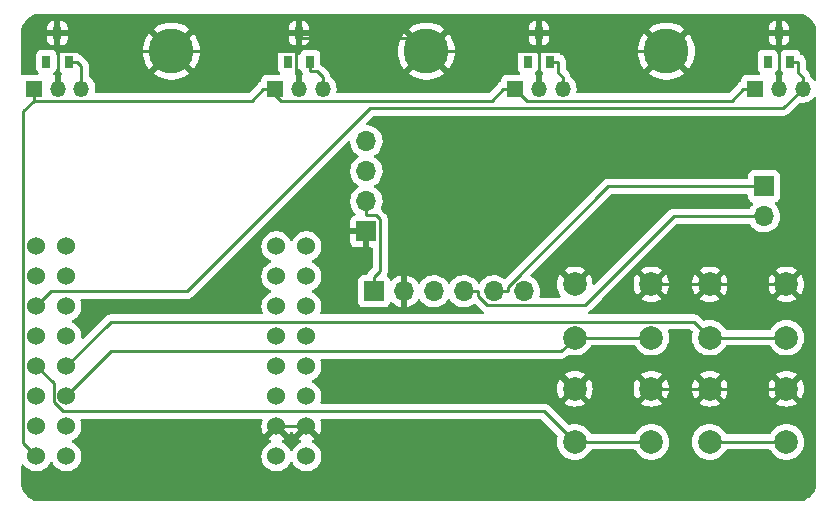
<source format=gbr>
%TF.GenerationSoftware,KiCad,Pcbnew,(6.0.7)*%
%TF.CreationDate,2023-02-03T07:15:45-06:00*%
%TF.ProjectId,LASK4,4c41534b-342e-46b6-9963-61645f706362,rev?*%
%TF.SameCoordinates,Original*%
%TF.FileFunction,Copper,L1,Top*%
%TF.FilePolarity,Positive*%
%FSLAX46Y46*%
G04 Gerber Fmt 4.6, Leading zero omitted, Abs format (unit mm)*
G04 Created by KiCad (PCBNEW (6.0.7)) date 2023-02-03 07:15:45*
%MOMM*%
%LPD*%
G01*
G04 APERTURE LIST*
%TA.AperFunction,ComponentPad*%
%ADD10C,3.800000*%
%TD*%
%TA.AperFunction,ComponentPad*%
%ADD11R,1.350000X1.350000*%
%TD*%
%TA.AperFunction,ComponentPad*%
%ADD12O,1.350000X1.350000*%
%TD*%
%TA.AperFunction,ComponentPad*%
%ADD13C,2.000000*%
%TD*%
%TA.AperFunction,ComponentPad*%
%ADD14R,1.700000X1.700000*%
%TD*%
%TA.AperFunction,ComponentPad*%
%ADD15O,1.700000X1.700000*%
%TD*%
%TA.AperFunction,SMDPad,CuDef*%
%ADD16R,0.700000X1.000000*%
%TD*%
%TA.AperFunction,ComponentPad*%
%ADD17C,1.524000*%
%TD*%
%TA.AperFunction,ViaPad*%
%ADD18C,0.800000*%
%TD*%
%TA.AperFunction,Conductor*%
%ADD19C,0.250000*%
%TD*%
G04 APERTURE END LIST*
D10*
%TO.P,H5,1,1*%
%TO.N,GND*%
X168910000Y-76200000D03*
%TD*%
D11*
%TO.P,H4,1,VCC*%
%TO.N,+3.3V*%
X196755000Y-79375000D03*
D12*
%TO.P,H4,2,GND*%
%TO.N,GND*%
X198755000Y-79375000D03*
%TO.P,H4,3,Vout*%
%TO.N,/GPIO_5_ADC1_4*%
X200755000Y-79375000D03*
%TD*%
D13*
%TO.P,Select1,1,1*%
%TO.N,GND*%
X192890000Y-95940000D03*
X199390000Y-95940000D03*
%TO.P,Select1,2,2*%
%TO.N,/Select*%
X199390000Y-100440000D03*
X192890000Y-100440000D03*
%TD*%
D14*
%TO.P,S1,1,GND*%
%TO.N,GND*%
X163830000Y-91440000D03*
D15*
%TO.P,S1,2,VCC*%
%TO.N,+5V*%
X163830000Y-88900000D03*
%TO.P,S1,3,SCL*%
%TO.N,/SCL33*%
X163830000Y-86360000D03*
%TO.P,S1,4,SDA*%
%TO.N,/SDA34*%
X163830000Y-83820000D03*
%TD*%
D11*
%TO.P,H2,1,VCC*%
%TO.N,+3.3V*%
X156115000Y-79375000D03*
D12*
%TO.P,H2,2,GND*%
%TO.N,GND*%
X158115000Y-79375000D03*
%TO.P,H2,3,Vout*%
%TO.N,/GPIO_3_ADC1_2*%
X160115000Y-79375000D03*
%TD*%
D11*
%TO.P,H3,1,VCC*%
%TO.N,+3.3V*%
X176435000Y-79375000D03*
D12*
%TO.P,H3,2,GND*%
%TO.N,GND*%
X178435000Y-79375000D03*
%TO.P,H3,3,Vout*%
%TO.N,/GPIO_4_ADC1_3*%
X180435000Y-79375000D03*
%TD*%
D13*
%TO.P,Up1,1,1*%
%TO.N,GND*%
X187960000Y-95940000D03*
X181460000Y-95940000D03*
%TO.P,Up1,2,2*%
%TO.N,/Up*%
X187960000Y-100440000D03*
X181460000Y-100440000D03*
%TD*%
D16*
%TO.P,U1,1,VCC*%
%TO.N,unconnected-(U1-Pad1)*%
X136718000Y-77076000D03*
%TO.P,U1,2,VOUT*%
%TO.N,/GPIO_2_ADC1_1*%
X138618000Y-77076000D03*
%TO.P,U1,3,GND*%
%TO.N,GND*%
X137668000Y-74676000D03*
%TD*%
D13*
%TO.P,Down1,1,1*%
%TO.N,GND*%
X187960000Y-104775000D03*
X181460000Y-104775000D03*
%TO.P,Down1,2,2*%
%TO.N,/Down*%
X181460000Y-109275000D03*
X187960000Y-109275000D03*
%TD*%
D16*
%TO.P,U2,1,VCC*%
%TO.N,unconnected-(U2-Pad1)*%
X157165000Y-77076000D03*
%TO.P,U2,2,VOUT*%
%TO.N,/GPIO_3_ADC1_2*%
X159065000Y-77076000D03*
%TO.P,U2,3,GND*%
%TO.N,GND*%
X158115000Y-74676000D03*
%TD*%
D10*
%TO.P,H7,1,1*%
%TO.N,GND*%
X147320000Y-76200000D03*
%TD*%
%TO.P,H6,1,1*%
%TO.N,GND*%
X189230000Y-76200000D03*
%TD*%
D16*
%TO.P,U4,1,VCC*%
%TO.N,unconnected-(U4-Pad1)*%
X197805000Y-77076000D03*
%TO.P,U4,2,VOUT*%
%TO.N,/GPIO_5_ADC1_4*%
X199705000Y-77076000D03*
%TO.P,U4,3,GND*%
%TO.N,GND*%
X198755000Y-74676000D03*
%TD*%
%TO.P,U3,1,VCC*%
%TO.N,unconnected-(U3-Pad1)*%
X177485000Y-77076000D03*
%TO.P,U3,2,VOUT*%
%TO.N,/GPIO_4_ADC1_3*%
X179385000Y-77076000D03*
%TO.P,U3,3,GND*%
%TO.N,GND*%
X178435000Y-74676000D03*
%TD*%
D13*
%TO.P,Start1,1,1*%
%TO.N,GND*%
X199390000Y-104775000D03*
X192890000Y-104775000D03*
%TO.P,Start1,2,2*%
%TO.N,/Start*%
X199390000Y-109275000D03*
X192890000Y-109275000D03*
%TD*%
D11*
%TO.P,H1,1,VCC*%
%TO.N,+3.3V*%
X135700000Y-79375000D03*
D12*
%TO.P,H1,2,GND*%
%TO.N,GND*%
X137700000Y-79375000D03*
%TO.P,H1,3,Vout*%
%TO.N,/GPIO_2_ADC1_1*%
X139700000Y-79375000D03*
%TD*%
D14*
%TO.P,U5,1,VIN*%
%TO.N,+5V*%
X164465000Y-96520000D03*
D15*
%TO.P,U5,2,IN-GND*%
%TO.N,GND*%
X167005000Y-96520000D03*
%TO.P,U5,3,BAT-GND*%
%TO.N,/BatGND*%
X169545000Y-96520000D03*
%TO.P,U5,4,BAT+*%
%TO.N,/BatV3-7*%
X172085000Y-96520000D03*
%TO.P,U5,5,OUT-GND*%
%TO.N,/BatGND*%
X174625000Y-96520000D03*
%TO.P,U5,6,OUT-5V*%
%TO.N,+5V*%
X177165000Y-96520000D03*
%TD*%
D17*
%TO.P,U6,0,EN*%
%TO.N,unconnected-(U6-Pad0)*%
X135890000Y-92710000D03*
%TO.P,U6,1,ADC1_0*%
%TO.N,unconnected-(U6-Pad1)*%
X138430000Y-92710000D03*
%TO.P,U6,2,ADC1_1*%
%TO.N,/GPIO_2_ADC1_1*%
X138430000Y-95250000D03*
%TO.P,U6,3,ADC1_2*%
%TO.N,/GPIO_3_ADC1_2*%
X135890000Y-95250000D03*
%TO.P,U6,4,ADC1_3*%
%TO.N,/GPIO_4_ADC1_3*%
X138430000Y-97790000D03*
%TO.P,U6,5,ADC1_4*%
%TO.N,/GPIO_5_ADC1_4*%
X135890000Y-97790000D03*
%TO.P,U6,6,ADC1_5*%
%TO.N,unconnected-(U6-Pad6)*%
X138430000Y-100330000D03*
%TO.P,U6,7,ADC1_6*%
%TO.N,/Start*%
X135890000Y-100330000D03*
%TO.P,U6,8,ADC1_7*%
%TO.N,/Select*%
X138430000Y-102870000D03*
%TO.P,U6,9,ADC1_8*%
%TO.N,/Down*%
X135890000Y-102870000D03*
%TO.P,U6,10,ADC1_9*%
%TO.N,/Up*%
X138430000Y-105410000D03*
%TO.P,U6,11,ADC2_0*%
%TO.N,unconnected-(U6-Pad11)*%
X135890000Y-105410000D03*
%TO.P,U6,12,ADC2_1*%
%TO.N,unconnected-(U6-Pad12)*%
X135890000Y-107950000D03*
%TO.P,U6,13,ADC2_2*%
%TO.N,unconnected-(U6-Pad13)*%
X138430000Y-107950000D03*
%TO.P,U6,14,ADC2_3*%
%TO.N,unconnected-(U6-Pad14)*%
X138430000Y-110490000D03*
%TO.P,U6,15,ADC2_4*%
%TO.N,unconnected-(U6-Pad15)*%
X156210000Y-110490000D03*
%TO.P,U6,16,ADC2_5*%
%TO.N,unconnected-(U6-Pad16)*%
X158750000Y-105410000D03*
%TO.P,U6,17,ADC2_6*%
%TO.N,unconnected-(U6-Pad17)*%
X156210000Y-105410000D03*
%TO.P,U6,18,ADC2_7*%
%TO.N,unconnected-(U6-Pad18)*%
X158750000Y-102870000D03*
%TO.P,U6,21,21*%
%TO.N,unconnected-(U6-Pad21)*%
X156210000Y-102870000D03*
%TO.P,U6,33,FSPI_HD_io4*%
%TO.N,/SCL33*%
X158750000Y-100330000D03*
%TO.P,U6,34,FSPI_SCO_dqs*%
%TO.N,/SDA34*%
X156210000Y-100330000D03*
%TO.P,U6,35,FSPI_D_io6*%
%TO.N,unconnected-(U6-Pad35)*%
X158750000Y-97790000D03*
%TO.P,U6,36,FSPI_CLK_io7*%
%TO.N,unconnected-(U6-Pad36)*%
X156210000Y-97790000D03*
%TO.P,U6,37,FSPI_Q*%
%TO.N,unconnected-(U6-Pad37)*%
X158750000Y-95250000D03*
%TO.P,U6,38,FSPI_WP*%
%TO.N,unconnected-(U6-Pad38)*%
X156210000Y-95250000D03*
%TO.P,U6,39,CLK3*%
%TO.N,unconnected-(U6-Pad39)*%
X158750000Y-92710000D03*
%TO.P,U6,40,CLK2*%
%TO.N,unconnected-(U6-Pad40)*%
X156210000Y-92710000D03*
%TO.P,U6,129,GND*%
%TO.N,GND*%
X156210000Y-107950000D03*
%TO.P,U6,130,GND*%
X158750000Y-107950000D03*
%TO.P,U6,133,3.3V*%
%TO.N,+3.3V*%
X135890000Y-110490000D03*
%TO.P,U6,150,VBUS*%
%TO.N,+5V*%
X158750000Y-110490000D03*
%TD*%
D14*
%TO.P,J1,1,Pin_1*%
%TO.N,/BatGND*%
X197485000Y-87630000D03*
D15*
%TO.P,J1,2,Pin_2*%
%TO.N,/BatV3-7*%
X197485000Y-90170000D03*
%TD*%
D18*
%TO.N,GND*%
X164465000Y-76200000D03*
X191770000Y-92075000D03*
X170180000Y-109220000D03*
X142875000Y-74930000D03*
X184785000Y-92075000D03*
X184785000Y-75565000D03*
X167640000Y-92075000D03*
X152400000Y-74930000D03*
X170180000Y-104140000D03*
X142240000Y-110490000D03*
X152400000Y-96520000D03*
%TD*%
D19*
%TO.N,GND*%
X157865100Y-75751200D02*
X157865100Y-76200000D01*
X158750000Y-107950000D02*
X156210000Y-107950000D01*
X137700000Y-76200000D02*
X147320000Y-76200000D01*
X157865100Y-78124800D02*
X158115000Y-78374700D01*
X137668000Y-74676000D02*
X137668000Y-75501300D01*
X178435000Y-76200000D02*
X189230000Y-76200000D01*
X199390000Y-104775000D02*
X192890000Y-104775000D01*
X137700000Y-79375000D02*
X137700000Y-76200000D01*
X158115000Y-75501300D02*
X157865100Y-75751200D01*
X178435000Y-79375000D02*
X178435000Y-76200000D01*
X187960000Y-95940000D02*
X192890000Y-95940000D01*
X198755000Y-74676000D02*
X190754000Y-74676000D01*
X137700000Y-75533300D02*
X137668000Y-75501300D01*
X190754000Y-74676000D02*
X189230000Y-76200000D01*
X157865100Y-76200000D02*
X147320000Y-76200000D01*
X192890000Y-104775000D02*
X187960000Y-104775000D01*
X167798600Y-75088600D02*
X168910000Y-76200000D01*
X137700000Y-76200000D02*
X137700000Y-75533300D01*
X157865100Y-76200000D02*
X157865100Y-78124800D01*
X158115000Y-75088600D02*
X167798600Y-75088600D01*
X199390000Y-95940000D02*
X192890000Y-95940000D01*
X178435000Y-76200000D02*
X168910000Y-76200000D01*
X178435000Y-76200000D02*
X178435000Y-74676000D01*
X198755000Y-79375000D02*
X198755000Y-74676000D01*
X158115000Y-79375000D02*
X158115000Y-78374700D01*
X158115000Y-74676000D02*
X158115000Y-75088600D01*
X158115000Y-75088600D02*
X158115000Y-75501300D01*
%TO.N,/Down*%
X138152900Y-106680000D02*
X178865000Y-106680000D01*
X135890000Y-102870000D02*
X137342600Y-104322600D01*
X137342600Y-104322600D02*
X137342600Y-105869700D01*
X137342600Y-105869700D02*
X138152900Y-106680000D01*
X187960000Y-109275000D02*
X181460000Y-109275000D01*
X178865000Y-106680000D02*
X181460000Y-109275000D01*
%TO.N,+3.3V*%
X155614900Y-79375000D02*
X155114700Y-79375000D01*
X174434400Y-80375300D02*
X175434700Y-79375000D01*
X177435300Y-80375300D02*
X194754400Y-80375300D01*
X134779000Y-109379000D02*
X134779000Y-81296300D01*
X134779000Y-81296300D02*
X135700000Y-80375300D01*
X196755000Y-79375000D02*
X195754700Y-79375000D01*
X176435000Y-79375000D02*
X175434700Y-79375000D01*
X135890000Y-110490000D02*
X134779000Y-109379000D01*
X154114400Y-80375300D02*
X155114700Y-79375000D01*
X135700000Y-80375300D02*
X154114400Y-80375300D01*
X176435000Y-79375000D02*
X177435300Y-80375300D01*
X135700000Y-79375000D02*
X135700000Y-80375300D01*
X155614900Y-79375000D02*
X156615200Y-80375300D01*
X194754400Y-80375300D02*
X195754700Y-79375000D01*
X156115000Y-79375000D02*
X155614900Y-79375000D01*
X156615200Y-80375300D02*
X174434400Y-80375300D01*
%TO.N,/GPIO_2_ADC1_1*%
X139700000Y-79375000D02*
X139700000Y-77482700D01*
X139700000Y-77482700D02*
X139293300Y-77076000D01*
X138618000Y-77076000D02*
X139293300Y-77076000D01*
%TO.N,/GPIO_3_ADC1_2*%
X160115000Y-78374700D02*
X159641600Y-77901300D01*
X160115000Y-79375000D02*
X160115000Y-78374700D01*
X159065000Y-77076000D02*
X159065000Y-77901300D01*
X159641600Y-77901300D02*
X159065000Y-77901300D01*
%TO.N,/GPIO_4_ADC1_3*%
X180060300Y-77076000D02*
X180060300Y-78000000D01*
X180060300Y-78000000D02*
X180435000Y-78374700D01*
X180435000Y-79375000D02*
X180435000Y-78374700D01*
X179385000Y-77076000D02*
X180060300Y-77076000D01*
%TO.N,/GPIO_5_ADC1_4*%
X199109200Y-81020800D02*
X200755000Y-79375000D01*
X148653300Y-96520000D02*
X164152500Y-81020800D01*
X200380300Y-78000000D02*
X200755000Y-78374700D01*
X164152500Y-81020800D02*
X199109200Y-81020800D01*
X135890000Y-97790000D02*
X137160000Y-96520000D01*
X137160000Y-96520000D02*
X148653300Y-96520000D01*
X200380300Y-77076000D02*
X200380300Y-78000000D01*
X199705000Y-77076000D02*
X200380300Y-77076000D01*
X200755000Y-79375000D02*
X200755000Y-78374700D01*
%TO.N,/BatGND*%
X184323000Y-87630000D02*
X175800300Y-96152700D01*
X197485000Y-87630000D02*
X184323000Y-87630000D01*
X174625000Y-96520000D02*
X175800300Y-96520000D01*
X175800300Y-96152700D02*
X175800300Y-96520000D01*
%TO.N,/BatV3-7*%
X174068200Y-97695300D02*
X173260300Y-96887400D01*
X182330300Y-97695300D02*
X174068200Y-97695300D01*
X197485000Y-90170000D02*
X189855600Y-90170000D01*
X173260300Y-96887400D02*
X173260300Y-96520000D01*
X189855600Y-90170000D02*
X182330300Y-97695300D01*
X172085000Y-96520000D02*
X173260300Y-96520000D01*
%TO.N,+5V*%
X164465000Y-96520000D02*
X164465000Y-95344700D01*
X164638100Y-90075300D02*
X163830000Y-90075300D01*
X165005300Y-90442500D02*
X164638100Y-90075300D01*
X163830000Y-88900000D02*
X163830000Y-90075300D01*
X164465000Y-95344700D02*
X165005300Y-94804400D01*
X165005300Y-94804400D02*
X165005300Y-90442500D01*
%TO.N,/Select*%
X191564600Y-99114600D02*
X192890000Y-100440000D01*
X142185400Y-99114600D02*
X191564600Y-99114600D01*
X138430000Y-102870000D02*
X142185400Y-99114600D01*
X192890000Y-100440000D02*
X199390000Y-100440000D01*
%TO.N,/Start*%
X192890000Y-109275000D02*
X199390000Y-109275000D01*
%TO.N,/Up*%
X138430000Y-105410000D02*
X142240000Y-101600000D01*
X142240000Y-101600000D02*
X180300000Y-101600000D01*
X180300000Y-101600000D02*
X181460000Y-100440000D01*
X181460000Y-100440000D02*
X187960000Y-100440000D01*
%TD*%
%TA.AperFunction,Conductor*%
%TO.N,GND*%
G36*
X201897536Y-80077312D02*
G01*
X201928329Y-80141283D01*
X201930000Y-80161734D01*
X201930000Y-113068724D01*
X201923313Y-113109225D01*
X201904516Y-113164600D01*
X201898209Y-113179827D01*
X201787984Y-113403342D01*
X201779743Y-113417616D01*
X201641287Y-113624829D01*
X201631254Y-113637905D01*
X201466932Y-113825278D01*
X201455278Y-113836932D01*
X201267905Y-114001254D01*
X201254829Y-114011287D01*
X201047616Y-114149743D01*
X201033342Y-114157984D01*
X200809827Y-114268209D01*
X200794600Y-114274516D01*
X200739225Y-114293313D01*
X200698724Y-114300000D01*
X135851276Y-114300000D01*
X135810775Y-114293313D01*
X135755400Y-114274516D01*
X135740173Y-114268209D01*
X135516658Y-114157984D01*
X135502384Y-114149743D01*
X135295171Y-114011287D01*
X135282095Y-114001254D01*
X135094722Y-113836932D01*
X135083068Y-113825278D01*
X134918746Y-113637905D01*
X134908713Y-113624829D01*
X134770257Y-113417616D01*
X134762016Y-113403342D01*
X134651791Y-113179827D01*
X134645484Y-113164600D01*
X134626687Y-113109225D01*
X134620000Y-113068724D01*
X134620000Y-111290922D01*
X134640002Y-111222801D01*
X134693658Y-111176308D01*
X134763932Y-111166204D01*
X134828512Y-111195698D01*
X134849213Y-111218651D01*
X134899818Y-111290922D01*
X134913023Y-111309781D01*
X135070219Y-111466977D01*
X135074727Y-111470134D01*
X135074730Y-111470136D01*
X135150495Y-111523187D01*
X135252323Y-111594488D01*
X135257305Y-111596811D01*
X135257310Y-111596814D01*
X135448822Y-111686117D01*
X135453804Y-111688440D01*
X135459112Y-111689862D01*
X135459114Y-111689863D01*
X135524949Y-111707503D01*
X135668537Y-111745978D01*
X135890000Y-111765353D01*
X136111463Y-111745978D01*
X136255051Y-111707503D01*
X136320886Y-111689863D01*
X136320888Y-111689862D01*
X136326196Y-111688440D01*
X136331178Y-111686117D01*
X136522690Y-111596814D01*
X136522695Y-111596811D01*
X136527677Y-111594488D01*
X136629505Y-111523187D01*
X136705270Y-111470136D01*
X136705273Y-111470134D01*
X136709781Y-111466977D01*
X136866977Y-111309781D01*
X136880183Y-111290922D01*
X136991331Y-111132185D01*
X136991332Y-111132183D01*
X136994488Y-111127676D01*
X136996811Y-111122694D01*
X136996814Y-111122689D01*
X137045805Y-111017627D01*
X137092723Y-110964342D01*
X137161000Y-110944881D01*
X137228960Y-110965423D01*
X137274195Y-111017627D01*
X137323186Y-111122689D01*
X137323189Y-111122694D01*
X137325512Y-111127676D01*
X137328668Y-111132183D01*
X137328669Y-111132185D01*
X137439818Y-111290922D01*
X137453023Y-111309781D01*
X137610219Y-111466977D01*
X137614727Y-111470134D01*
X137614730Y-111470136D01*
X137690495Y-111523187D01*
X137792323Y-111594488D01*
X137797305Y-111596811D01*
X137797310Y-111596814D01*
X137988822Y-111686117D01*
X137993804Y-111688440D01*
X137999112Y-111689862D01*
X137999114Y-111689863D01*
X138064949Y-111707503D01*
X138208537Y-111745978D01*
X138430000Y-111765353D01*
X138651463Y-111745978D01*
X138795051Y-111707503D01*
X138860886Y-111689863D01*
X138860888Y-111689862D01*
X138866196Y-111688440D01*
X138871178Y-111686117D01*
X139062690Y-111596814D01*
X139062695Y-111596811D01*
X139067677Y-111594488D01*
X139169505Y-111523187D01*
X139245270Y-111470136D01*
X139245273Y-111470134D01*
X139249781Y-111466977D01*
X139406977Y-111309781D01*
X139420183Y-111290922D01*
X139531331Y-111132185D01*
X139531332Y-111132183D01*
X139534488Y-111127676D01*
X139536811Y-111122694D01*
X139536814Y-111122689D01*
X139626117Y-110931178D01*
X139626118Y-110931177D01*
X139628440Y-110926196D01*
X139685978Y-110711463D01*
X139705353Y-110490000D01*
X154934647Y-110490000D01*
X154954022Y-110711463D01*
X155011560Y-110926196D01*
X155013882Y-110931177D01*
X155013883Y-110931178D01*
X155103186Y-111122689D01*
X155103189Y-111122694D01*
X155105512Y-111127676D01*
X155108668Y-111132183D01*
X155108669Y-111132185D01*
X155219818Y-111290922D01*
X155233023Y-111309781D01*
X155390219Y-111466977D01*
X155394727Y-111470134D01*
X155394730Y-111470136D01*
X155470495Y-111523187D01*
X155572323Y-111594488D01*
X155577305Y-111596811D01*
X155577310Y-111596814D01*
X155768822Y-111686117D01*
X155773804Y-111688440D01*
X155779112Y-111689862D01*
X155779114Y-111689863D01*
X155844949Y-111707503D01*
X155988537Y-111745978D01*
X156210000Y-111765353D01*
X156431463Y-111745978D01*
X156575051Y-111707503D01*
X156640886Y-111689863D01*
X156640888Y-111689862D01*
X156646196Y-111688440D01*
X156651178Y-111686117D01*
X156842690Y-111596814D01*
X156842695Y-111596811D01*
X156847677Y-111594488D01*
X156949505Y-111523187D01*
X157025270Y-111470136D01*
X157025273Y-111470134D01*
X157029781Y-111466977D01*
X157186977Y-111309781D01*
X157200183Y-111290922D01*
X157311331Y-111132185D01*
X157311332Y-111132183D01*
X157314488Y-111127676D01*
X157316811Y-111122694D01*
X157316814Y-111122689D01*
X157365805Y-111017627D01*
X157412723Y-110964342D01*
X157481000Y-110944881D01*
X157548960Y-110965423D01*
X157594195Y-111017627D01*
X157643186Y-111122689D01*
X157643189Y-111122694D01*
X157645512Y-111127676D01*
X157648668Y-111132183D01*
X157648669Y-111132185D01*
X157759818Y-111290922D01*
X157773023Y-111309781D01*
X157930219Y-111466977D01*
X157934727Y-111470134D01*
X157934730Y-111470136D01*
X158010495Y-111523187D01*
X158112323Y-111594488D01*
X158117305Y-111596811D01*
X158117310Y-111596814D01*
X158308822Y-111686117D01*
X158313804Y-111688440D01*
X158319112Y-111689862D01*
X158319114Y-111689863D01*
X158384949Y-111707503D01*
X158528537Y-111745978D01*
X158750000Y-111765353D01*
X158971463Y-111745978D01*
X159115051Y-111707503D01*
X159180886Y-111689863D01*
X159180888Y-111689862D01*
X159186196Y-111688440D01*
X159191178Y-111686117D01*
X159382690Y-111596814D01*
X159382695Y-111596811D01*
X159387677Y-111594488D01*
X159489505Y-111523187D01*
X159565270Y-111470136D01*
X159565273Y-111470134D01*
X159569781Y-111466977D01*
X159726977Y-111309781D01*
X159740183Y-111290922D01*
X159851331Y-111132185D01*
X159851332Y-111132183D01*
X159854488Y-111127676D01*
X159856811Y-111122694D01*
X159856814Y-111122689D01*
X159946117Y-110931178D01*
X159946118Y-110931177D01*
X159948440Y-110926196D01*
X160005978Y-110711463D01*
X160025353Y-110490000D01*
X160005978Y-110268537D01*
X159948440Y-110053804D01*
X159890011Y-109928502D01*
X159856814Y-109857311D01*
X159856811Y-109857306D01*
X159854488Y-109852324D01*
X159797098Y-109770362D01*
X159730136Y-109674730D01*
X159730134Y-109674727D01*
X159726977Y-109670219D01*
X159569781Y-109513023D01*
X159565273Y-109509866D01*
X159565270Y-109509864D01*
X159392598Y-109388958D01*
X159387677Y-109385512D01*
X159382695Y-109383189D01*
X159382690Y-109383186D01*
X159277035Y-109333919D01*
X159223750Y-109287002D01*
X159204289Y-109218725D01*
X159224831Y-109150765D01*
X159277035Y-109105529D01*
X159382445Y-109056376D01*
X159391931Y-109050898D01*
X159435764Y-109020207D01*
X159444139Y-109009729D01*
X159437071Y-108996281D01*
X158762812Y-108322022D01*
X158748868Y-108314408D01*
X158747035Y-108314539D01*
X158740420Y-108318790D01*
X158062207Y-108997003D01*
X158055777Y-109008777D01*
X158065074Y-109020793D01*
X158108069Y-109050898D01*
X158117555Y-109056376D01*
X158222965Y-109105529D01*
X158276250Y-109152446D01*
X158295711Y-109220723D01*
X158275169Y-109288683D01*
X158222965Y-109333919D01*
X158117311Y-109383186D01*
X158117306Y-109383189D01*
X158112324Y-109385512D01*
X158107817Y-109388668D01*
X158107815Y-109388669D01*
X157934730Y-109509864D01*
X157934727Y-109509866D01*
X157930219Y-109513023D01*
X157773023Y-109670219D01*
X157769866Y-109674727D01*
X157769864Y-109674730D01*
X157702902Y-109770362D01*
X157645512Y-109852324D01*
X157643189Y-109857306D01*
X157643186Y-109857311D01*
X157594195Y-109962373D01*
X157547277Y-110015658D01*
X157479000Y-110035119D01*
X157411040Y-110014577D01*
X157365805Y-109962373D01*
X157316814Y-109857311D01*
X157316811Y-109857306D01*
X157314488Y-109852324D01*
X157257098Y-109770362D01*
X157190136Y-109674730D01*
X157190134Y-109674727D01*
X157186977Y-109670219D01*
X157029781Y-109513023D01*
X157025273Y-109509866D01*
X157025270Y-109509864D01*
X156852598Y-109388958D01*
X156847677Y-109385512D01*
X156842695Y-109383189D01*
X156842690Y-109383186D01*
X156737035Y-109333919D01*
X156683750Y-109287002D01*
X156664289Y-109218725D01*
X156684831Y-109150765D01*
X156737035Y-109105529D01*
X156842445Y-109056376D01*
X156851931Y-109050898D01*
X156895764Y-109020207D01*
X156904139Y-109009729D01*
X156897071Y-108996281D01*
X156222812Y-108322022D01*
X156208868Y-108314408D01*
X156207035Y-108314539D01*
X156200420Y-108318790D01*
X155522207Y-108997003D01*
X155515777Y-109008777D01*
X155525074Y-109020793D01*
X155568069Y-109050898D01*
X155577555Y-109056376D01*
X155682965Y-109105529D01*
X155736250Y-109152446D01*
X155755711Y-109220723D01*
X155735169Y-109288683D01*
X155682965Y-109333919D01*
X155577311Y-109383186D01*
X155577306Y-109383189D01*
X155572324Y-109385512D01*
X155567817Y-109388668D01*
X155567815Y-109388669D01*
X155394730Y-109509864D01*
X155394727Y-109509866D01*
X155390219Y-109513023D01*
X155233023Y-109670219D01*
X155229866Y-109674727D01*
X155229864Y-109674730D01*
X155162902Y-109770362D01*
X155105512Y-109852324D01*
X155103189Y-109857306D01*
X155103186Y-109857311D01*
X155069989Y-109928502D01*
X155011560Y-110053804D01*
X154954022Y-110268537D01*
X154934647Y-110490000D01*
X139705353Y-110490000D01*
X139685978Y-110268537D01*
X139628440Y-110053804D01*
X139570011Y-109928502D01*
X139536814Y-109857311D01*
X139536811Y-109857306D01*
X139534488Y-109852324D01*
X139477098Y-109770362D01*
X139410136Y-109674730D01*
X139410134Y-109674727D01*
X139406977Y-109670219D01*
X139249781Y-109513023D01*
X139245273Y-109509866D01*
X139245270Y-109509864D01*
X139072598Y-109388958D01*
X139067677Y-109385512D01*
X139062695Y-109383189D01*
X139062690Y-109383186D01*
X138957627Y-109334195D01*
X138904342Y-109287278D01*
X138884881Y-109219001D01*
X138905423Y-109151041D01*
X138957627Y-109105805D01*
X139062690Y-109056814D01*
X139062695Y-109056811D01*
X139067677Y-109054488D01*
X139169505Y-108983187D01*
X139245270Y-108930136D01*
X139245273Y-108930134D01*
X139249781Y-108926977D01*
X139406977Y-108769781D01*
X139418067Y-108753944D01*
X139531331Y-108592185D01*
X139531332Y-108592183D01*
X139534488Y-108587676D01*
X139536811Y-108582694D01*
X139536814Y-108582689D01*
X139626117Y-108391178D01*
X139626118Y-108391177D01*
X139628440Y-108386196D01*
X139685978Y-108171463D01*
X139705353Y-107950000D01*
X139685978Y-107728537D01*
X139628440Y-107513804D01*
X139618623Y-107492751D01*
X139607961Y-107422560D01*
X139636940Y-107357747D01*
X139696359Y-107318890D01*
X139732817Y-107313500D01*
X154907734Y-107313500D01*
X154975855Y-107333502D01*
X155022348Y-107387158D01*
X155032452Y-107457432D01*
X155021930Y-107492748D01*
X155014355Y-107508992D01*
X155010609Y-107519285D01*
X154955941Y-107723309D01*
X154954038Y-107734104D01*
X154935628Y-107944525D01*
X154935628Y-107955475D01*
X154954038Y-108165896D01*
X154955941Y-108176691D01*
X155010609Y-108380715D01*
X155014355Y-108391007D01*
X155103623Y-108582441D01*
X155109103Y-108591932D01*
X155139794Y-108635765D01*
X155150271Y-108644140D01*
X155163718Y-108637072D01*
X156120905Y-107679885D01*
X156183217Y-107645859D01*
X156254032Y-107650924D01*
X156299095Y-107679885D01*
X157257003Y-108637793D01*
X157268777Y-108644223D01*
X157280793Y-108634926D01*
X157310897Y-108591932D01*
X157316377Y-108582441D01*
X157365805Y-108476443D01*
X157412722Y-108423158D01*
X157481000Y-108403697D01*
X157548960Y-108424239D01*
X157594195Y-108476443D01*
X157643623Y-108582441D01*
X157649103Y-108591932D01*
X157679794Y-108635765D01*
X157690271Y-108644140D01*
X157703718Y-108637072D01*
X158660905Y-107679885D01*
X158723217Y-107645859D01*
X158794032Y-107650924D01*
X158839095Y-107679885D01*
X159797003Y-108637793D01*
X159808777Y-108644223D01*
X159820793Y-108634926D01*
X159850897Y-108591932D01*
X159856377Y-108582441D01*
X159945645Y-108391007D01*
X159949391Y-108380715D01*
X160004059Y-108176691D01*
X160005962Y-108165896D01*
X160024372Y-107955475D01*
X160024372Y-107944525D01*
X160005962Y-107734104D01*
X160004059Y-107723309D01*
X159949391Y-107519285D01*
X159945645Y-107508992D01*
X159938070Y-107492748D01*
X159927410Y-107422556D01*
X159956391Y-107357744D01*
X160015811Y-107318889D01*
X160052266Y-107313500D01*
X178550406Y-107313500D01*
X178618527Y-107333502D01*
X178639501Y-107350405D01*
X179985636Y-108696540D01*
X180019662Y-108758852D01*
X180019060Y-108815049D01*
X179972322Y-109009729D01*
X179965465Y-109038289D01*
X179946835Y-109275000D01*
X179965465Y-109511711D01*
X179966619Y-109516518D01*
X179966620Y-109516524D01*
X179982923Y-109584431D01*
X180020895Y-109742594D01*
X180022788Y-109747165D01*
X180022789Y-109747167D01*
X180094807Y-109921034D01*
X180111760Y-109961963D01*
X180114346Y-109966183D01*
X180233241Y-110160202D01*
X180233245Y-110160208D01*
X180235824Y-110164416D01*
X180390031Y-110344969D01*
X180570584Y-110499176D01*
X180574792Y-110501755D01*
X180574798Y-110501759D01*
X180768817Y-110620654D01*
X180773037Y-110623240D01*
X180777607Y-110625133D01*
X180777611Y-110625135D01*
X180987833Y-110712211D01*
X180992406Y-110714105D01*
X181072609Y-110733360D01*
X181218476Y-110768380D01*
X181218482Y-110768381D01*
X181223289Y-110769535D01*
X181460000Y-110788165D01*
X181696711Y-110769535D01*
X181701518Y-110768381D01*
X181701524Y-110768380D01*
X181847391Y-110733360D01*
X181927594Y-110714105D01*
X181932167Y-110712211D01*
X182142389Y-110625135D01*
X182142393Y-110625133D01*
X182146963Y-110623240D01*
X182151183Y-110620654D01*
X182345202Y-110501759D01*
X182345208Y-110501755D01*
X182349416Y-110499176D01*
X182529969Y-110344969D01*
X182684176Y-110164416D01*
X182686755Y-110160208D01*
X182686759Y-110160202D01*
X182804133Y-109968665D01*
X182856781Y-109921034D01*
X182911566Y-109908500D01*
X186508434Y-109908500D01*
X186576555Y-109928502D01*
X186615867Y-109968665D01*
X186733241Y-110160202D01*
X186733245Y-110160208D01*
X186735824Y-110164416D01*
X186890031Y-110344969D01*
X187070584Y-110499176D01*
X187074792Y-110501755D01*
X187074798Y-110501759D01*
X187268817Y-110620654D01*
X187273037Y-110623240D01*
X187277607Y-110625133D01*
X187277611Y-110625135D01*
X187487833Y-110712211D01*
X187492406Y-110714105D01*
X187572609Y-110733360D01*
X187718476Y-110768380D01*
X187718482Y-110768381D01*
X187723289Y-110769535D01*
X187960000Y-110788165D01*
X188196711Y-110769535D01*
X188201518Y-110768381D01*
X188201524Y-110768380D01*
X188347391Y-110733360D01*
X188427594Y-110714105D01*
X188432167Y-110712211D01*
X188642389Y-110625135D01*
X188642393Y-110625133D01*
X188646963Y-110623240D01*
X188651183Y-110620654D01*
X188845202Y-110501759D01*
X188845208Y-110501755D01*
X188849416Y-110499176D01*
X189029969Y-110344969D01*
X189184176Y-110164416D01*
X189186755Y-110160208D01*
X189186759Y-110160202D01*
X189305654Y-109966183D01*
X189308240Y-109961963D01*
X189325194Y-109921034D01*
X189397211Y-109747167D01*
X189397212Y-109747165D01*
X189399105Y-109742594D01*
X189437077Y-109584431D01*
X189453380Y-109516524D01*
X189453381Y-109516518D01*
X189454535Y-109511711D01*
X189473165Y-109275000D01*
X191376835Y-109275000D01*
X191395465Y-109511711D01*
X191396619Y-109516518D01*
X191396620Y-109516524D01*
X191412923Y-109584431D01*
X191450895Y-109742594D01*
X191452788Y-109747165D01*
X191452789Y-109747167D01*
X191524807Y-109921034D01*
X191541760Y-109961963D01*
X191544346Y-109966183D01*
X191663241Y-110160202D01*
X191663245Y-110160208D01*
X191665824Y-110164416D01*
X191820031Y-110344969D01*
X192000584Y-110499176D01*
X192004792Y-110501755D01*
X192004798Y-110501759D01*
X192198817Y-110620654D01*
X192203037Y-110623240D01*
X192207607Y-110625133D01*
X192207611Y-110625135D01*
X192417833Y-110712211D01*
X192422406Y-110714105D01*
X192502609Y-110733360D01*
X192648476Y-110768380D01*
X192648482Y-110768381D01*
X192653289Y-110769535D01*
X192890000Y-110788165D01*
X193126711Y-110769535D01*
X193131518Y-110768381D01*
X193131524Y-110768380D01*
X193277391Y-110733360D01*
X193357594Y-110714105D01*
X193362167Y-110712211D01*
X193572389Y-110625135D01*
X193572393Y-110625133D01*
X193576963Y-110623240D01*
X193581183Y-110620654D01*
X193775202Y-110501759D01*
X193775208Y-110501755D01*
X193779416Y-110499176D01*
X193959969Y-110344969D01*
X194114176Y-110164416D01*
X194116755Y-110160208D01*
X194116759Y-110160202D01*
X194234133Y-109968665D01*
X194286781Y-109921034D01*
X194341566Y-109908500D01*
X197938434Y-109908500D01*
X198006555Y-109928502D01*
X198045867Y-109968665D01*
X198163241Y-110160202D01*
X198163245Y-110160208D01*
X198165824Y-110164416D01*
X198320031Y-110344969D01*
X198500584Y-110499176D01*
X198504792Y-110501755D01*
X198504798Y-110501759D01*
X198698817Y-110620654D01*
X198703037Y-110623240D01*
X198707607Y-110625133D01*
X198707611Y-110625135D01*
X198917833Y-110712211D01*
X198922406Y-110714105D01*
X199002609Y-110733360D01*
X199148476Y-110768380D01*
X199148482Y-110768381D01*
X199153289Y-110769535D01*
X199390000Y-110788165D01*
X199626711Y-110769535D01*
X199631518Y-110768381D01*
X199631524Y-110768380D01*
X199777391Y-110733360D01*
X199857594Y-110714105D01*
X199862167Y-110712211D01*
X200072389Y-110625135D01*
X200072393Y-110625133D01*
X200076963Y-110623240D01*
X200081183Y-110620654D01*
X200275202Y-110501759D01*
X200275208Y-110501755D01*
X200279416Y-110499176D01*
X200459969Y-110344969D01*
X200614176Y-110164416D01*
X200616755Y-110160208D01*
X200616759Y-110160202D01*
X200735654Y-109966183D01*
X200738240Y-109961963D01*
X200755194Y-109921034D01*
X200827211Y-109747167D01*
X200827212Y-109747165D01*
X200829105Y-109742594D01*
X200867077Y-109584431D01*
X200883380Y-109516524D01*
X200883381Y-109516518D01*
X200884535Y-109511711D01*
X200903165Y-109275000D01*
X200884535Y-109038289D01*
X200877679Y-109009729D01*
X200830260Y-108812218D01*
X200829105Y-108807406D01*
X200827211Y-108802833D01*
X200740135Y-108592611D01*
X200740133Y-108592607D01*
X200738240Y-108588037D01*
X200734133Y-108581335D01*
X200616759Y-108389798D01*
X200616755Y-108389792D01*
X200614176Y-108385584D01*
X200459969Y-108205031D01*
X200279416Y-108050824D01*
X200275208Y-108048245D01*
X200275202Y-108048241D01*
X200081183Y-107929346D01*
X200076963Y-107926760D01*
X200072393Y-107924867D01*
X200072389Y-107924865D01*
X199862167Y-107837789D01*
X199862165Y-107837788D01*
X199857594Y-107835895D01*
X199777391Y-107816640D01*
X199631524Y-107781620D01*
X199631518Y-107781619D01*
X199626711Y-107780465D01*
X199390000Y-107761835D01*
X199153289Y-107780465D01*
X199148482Y-107781619D01*
X199148476Y-107781620D01*
X199002609Y-107816640D01*
X198922406Y-107835895D01*
X198917835Y-107837788D01*
X198917833Y-107837789D01*
X198707611Y-107924865D01*
X198707607Y-107924867D01*
X198703037Y-107926760D01*
X198698817Y-107929346D01*
X198504798Y-108048241D01*
X198504792Y-108048245D01*
X198500584Y-108050824D01*
X198320031Y-108205031D01*
X198165824Y-108385584D01*
X198163245Y-108389792D01*
X198163241Y-108389798D01*
X198045867Y-108581335D01*
X197993219Y-108628966D01*
X197938434Y-108641500D01*
X194341566Y-108641500D01*
X194273445Y-108621498D01*
X194234133Y-108581335D01*
X194116759Y-108389798D01*
X194116755Y-108389792D01*
X194114176Y-108385584D01*
X193959969Y-108205031D01*
X193779416Y-108050824D01*
X193775208Y-108048245D01*
X193775202Y-108048241D01*
X193581183Y-107929346D01*
X193576963Y-107926760D01*
X193572393Y-107924867D01*
X193572389Y-107924865D01*
X193362167Y-107837789D01*
X193362165Y-107837788D01*
X193357594Y-107835895D01*
X193277391Y-107816640D01*
X193131524Y-107781620D01*
X193131518Y-107781619D01*
X193126711Y-107780465D01*
X192890000Y-107761835D01*
X192653289Y-107780465D01*
X192648482Y-107781619D01*
X192648476Y-107781620D01*
X192502609Y-107816640D01*
X192422406Y-107835895D01*
X192417835Y-107837788D01*
X192417833Y-107837789D01*
X192207611Y-107924865D01*
X192207607Y-107924867D01*
X192203037Y-107926760D01*
X192198817Y-107929346D01*
X192004798Y-108048241D01*
X192004792Y-108048245D01*
X192000584Y-108050824D01*
X191820031Y-108205031D01*
X191665824Y-108385584D01*
X191663245Y-108389792D01*
X191663241Y-108389798D01*
X191545867Y-108581335D01*
X191541760Y-108588037D01*
X191539867Y-108592607D01*
X191539865Y-108592611D01*
X191452789Y-108802833D01*
X191450895Y-108807406D01*
X191449740Y-108812218D01*
X191402322Y-109009729D01*
X191395465Y-109038289D01*
X191376835Y-109275000D01*
X189473165Y-109275000D01*
X189454535Y-109038289D01*
X189447679Y-109009729D01*
X189400260Y-108812218D01*
X189399105Y-108807406D01*
X189397211Y-108802833D01*
X189310135Y-108592611D01*
X189310133Y-108592607D01*
X189308240Y-108588037D01*
X189304133Y-108581335D01*
X189186759Y-108389798D01*
X189186755Y-108389792D01*
X189184176Y-108385584D01*
X189029969Y-108205031D01*
X188849416Y-108050824D01*
X188845208Y-108048245D01*
X188845202Y-108048241D01*
X188651183Y-107929346D01*
X188646963Y-107926760D01*
X188642393Y-107924867D01*
X188642389Y-107924865D01*
X188432167Y-107837789D01*
X188432165Y-107837788D01*
X188427594Y-107835895D01*
X188347391Y-107816640D01*
X188201524Y-107781620D01*
X188201518Y-107781619D01*
X188196711Y-107780465D01*
X187960000Y-107761835D01*
X187723289Y-107780465D01*
X187718482Y-107781619D01*
X187718476Y-107781620D01*
X187572609Y-107816640D01*
X187492406Y-107835895D01*
X187487835Y-107837788D01*
X187487833Y-107837789D01*
X187277611Y-107924865D01*
X187277607Y-107924867D01*
X187273037Y-107926760D01*
X187268817Y-107929346D01*
X187074798Y-108048241D01*
X187074792Y-108048245D01*
X187070584Y-108050824D01*
X186890031Y-108205031D01*
X186735824Y-108385584D01*
X186733245Y-108389792D01*
X186733241Y-108389798D01*
X186615867Y-108581335D01*
X186563219Y-108628966D01*
X186508434Y-108641500D01*
X182911566Y-108641500D01*
X182843445Y-108621498D01*
X182804133Y-108581335D01*
X182686759Y-108389798D01*
X182686755Y-108389792D01*
X182684176Y-108385584D01*
X182529969Y-108205031D01*
X182349416Y-108050824D01*
X182345208Y-108048245D01*
X182345202Y-108048241D01*
X182151183Y-107929346D01*
X182146963Y-107926760D01*
X182142393Y-107924867D01*
X182142389Y-107924865D01*
X181932167Y-107837789D01*
X181932165Y-107837788D01*
X181927594Y-107835895D01*
X181847391Y-107816640D01*
X181701524Y-107781620D01*
X181701518Y-107781619D01*
X181696711Y-107780465D01*
X181460000Y-107761835D01*
X181223289Y-107780465D01*
X181218482Y-107781619D01*
X181218476Y-107781620D01*
X181052896Y-107821373D01*
X181000049Y-107834060D01*
X180929142Y-107830513D01*
X180881541Y-107800636D01*
X179368652Y-106287747D01*
X179361112Y-106279461D01*
X179357000Y-106272982D01*
X179307348Y-106226356D01*
X179304507Y-106223602D01*
X179284770Y-106203865D01*
X179281573Y-106201385D01*
X179272551Y-106193680D01*
X179246100Y-106168841D01*
X179240321Y-106163414D01*
X179233375Y-106159595D01*
X179233372Y-106159593D01*
X179222566Y-106153652D01*
X179206047Y-106142801D01*
X179205583Y-106142441D01*
X179190041Y-106130386D01*
X179182772Y-106127241D01*
X179182768Y-106127238D01*
X179149463Y-106112826D01*
X179138813Y-106107609D01*
X179100060Y-106086305D01*
X179080437Y-106081267D01*
X179061734Y-106074863D01*
X179050420Y-106069967D01*
X179050419Y-106069967D01*
X179043145Y-106066819D01*
X179035322Y-106065580D01*
X179035312Y-106065577D01*
X178999476Y-106059901D01*
X178987856Y-106057495D01*
X178952711Y-106048472D01*
X178952710Y-106048472D01*
X178945030Y-106046500D01*
X178924776Y-106046500D01*
X178905065Y-106044949D01*
X178892886Y-106043020D01*
X178885057Y-106041780D01*
X178877165Y-106042526D01*
X178841039Y-106045941D01*
X178829181Y-106046500D01*
X160052817Y-106046500D01*
X159984696Y-106026498D01*
X159968382Y-106007670D01*
X180592160Y-106007670D01*
X180597887Y-106015320D01*
X180769042Y-106120205D01*
X180777837Y-106124687D01*
X180987988Y-106211734D01*
X180997373Y-106214783D01*
X181218554Y-106267885D01*
X181228301Y-106269428D01*
X181455070Y-106287275D01*
X181464930Y-106287275D01*
X181691699Y-106269428D01*
X181701446Y-106267885D01*
X181922627Y-106214783D01*
X181932012Y-106211734D01*
X182142163Y-106124687D01*
X182150958Y-106120205D01*
X182318445Y-106017568D01*
X182327400Y-106007670D01*
X187092160Y-106007670D01*
X187097887Y-106015320D01*
X187269042Y-106120205D01*
X187277837Y-106124687D01*
X187487988Y-106211734D01*
X187497373Y-106214783D01*
X187718554Y-106267885D01*
X187728301Y-106269428D01*
X187955070Y-106287275D01*
X187964930Y-106287275D01*
X188191699Y-106269428D01*
X188201446Y-106267885D01*
X188422627Y-106214783D01*
X188432012Y-106211734D01*
X188642163Y-106124687D01*
X188650958Y-106120205D01*
X188818445Y-106017568D01*
X188827400Y-106007670D01*
X192022160Y-106007670D01*
X192027887Y-106015320D01*
X192199042Y-106120205D01*
X192207837Y-106124687D01*
X192417988Y-106211734D01*
X192427373Y-106214783D01*
X192648554Y-106267885D01*
X192658301Y-106269428D01*
X192885070Y-106287275D01*
X192894930Y-106287275D01*
X193121699Y-106269428D01*
X193131446Y-106267885D01*
X193352627Y-106214783D01*
X193362012Y-106211734D01*
X193572163Y-106124687D01*
X193580958Y-106120205D01*
X193748445Y-106017568D01*
X193757400Y-106007670D01*
X198522160Y-106007670D01*
X198527887Y-106015320D01*
X198699042Y-106120205D01*
X198707837Y-106124687D01*
X198917988Y-106211734D01*
X198927373Y-106214783D01*
X199148554Y-106267885D01*
X199158301Y-106269428D01*
X199385070Y-106287275D01*
X199394930Y-106287275D01*
X199621699Y-106269428D01*
X199631446Y-106267885D01*
X199852627Y-106214783D01*
X199862012Y-106211734D01*
X200072163Y-106124687D01*
X200080958Y-106120205D01*
X200248445Y-106017568D01*
X200257907Y-106007110D01*
X200254124Y-105998334D01*
X199402812Y-105147022D01*
X199388868Y-105139408D01*
X199387035Y-105139539D01*
X199380420Y-105143790D01*
X198528920Y-105995290D01*
X198522160Y-106007670D01*
X193757400Y-106007670D01*
X193757907Y-106007110D01*
X193754124Y-105998334D01*
X192902812Y-105147022D01*
X192888868Y-105139408D01*
X192887035Y-105139539D01*
X192880420Y-105143790D01*
X192028920Y-105995290D01*
X192022160Y-106007670D01*
X188827400Y-106007670D01*
X188827907Y-106007110D01*
X188824124Y-105998334D01*
X187972812Y-105147022D01*
X187958868Y-105139408D01*
X187957035Y-105139539D01*
X187950420Y-105143790D01*
X187098920Y-105995290D01*
X187092160Y-106007670D01*
X182327400Y-106007670D01*
X182327907Y-106007110D01*
X182324124Y-105998334D01*
X181472812Y-105147022D01*
X181458868Y-105139408D01*
X181457035Y-105139539D01*
X181450420Y-105143790D01*
X180598920Y-105995290D01*
X180592160Y-106007670D01*
X159968382Y-106007670D01*
X159938203Y-105972842D01*
X159928099Y-105902568D01*
X159938623Y-105867249D01*
X159946115Y-105851183D01*
X159946117Y-105851178D01*
X159948440Y-105846196D01*
X160005978Y-105631463D01*
X160025353Y-105410000D01*
X160005978Y-105188537D01*
X159948440Y-104973804D01*
X159905805Y-104882373D01*
X159858035Y-104779930D01*
X179947725Y-104779930D01*
X179965572Y-105006699D01*
X179967115Y-105016446D01*
X180020217Y-105237627D01*
X180023266Y-105247012D01*
X180110313Y-105457163D01*
X180114795Y-105465958D01*
X180217432Y-105633445D01*
X180227890Y-105642907D01*
X180236666Y-105639124D01*
X181087978Y-104787812D01*
X181094356Y-104776132D01*
X181824408Y-104776132D01*
X181824539Y-104777965D01*
X181828790Y-104784580D01*
X182680290Y-105636080D01*
X182692670Y-105642840D01*
X182700320Y-105637113D01*
X182805205Y-105465958D01*
X182809687Y-105457163D01*
X182896734Y-105247012D01*
X182899783Y-105237627D01*
X182952885Y-105016446D01*
X182954428Y-105006699D01*
X182972275Y-104779930D01*
X186447725Y-104779930D01*
X186465572Y-105006699D01*
X186467115Y-105016446D01*
X186520217Y-105237627D01*
X186523266Y-105247012D01*
X186610313Y-105457163D01*
X186614795Y-105465958D01*
X186717432Y-105633445D01*
X186727890Y-105642907D01*
X186736666Y-105639124D01*
X187587978Y-104787812D01*
X187594356Y-104776132D01*
X188324408Y-104776132D01*
X188324539Y-104777965D01*
X188328790Y-104784580D01*
X189180290Y-105636080D01*
X189192670Y-105642840D01*
X189200320Y-105637113D01*
X189305205Y-105465958D01*
X189309687Y-105457163D01*
X189396734Y-105247012D01*
X189399783Y-105237627D01*
X189452885Y-105016446D01*
X189454428Y-105006699D01*
X189472275Y-104779930D01*
X191377725Y-104779930D01*
X191395572Y-105006699D01*
X191397115Y-105016446D01*
X191450217Y-105237627D01*
X191453266Y-105247012D01*
X191540313Y-105457163D01*
X191544795Y-105465958D01*
X191647432Y-105633445D01*
X191657890Y-105642907D01*
X191666666Y-105639124D01*
X192517978Y-104787812D01*
X192524356Y-104776132D01*
X193254408Y-104776132D01*
X193254539Y-104777965D01*
X193258790Y-104784580D01*
X194110290Y-105636080D01*
X194122670Y-105642840D01*
X194130320Y-105637113D01*
X194235205Y-105465958D01*
X194239687Y-105457163D01*
X194326734Y-105247012D01*
X194329783Y-105237627D01*
X194382885Y-105016446D01*
X194384428Y-105006699D01*
X194402275Y-104779930D01*
X197877725Y-104779930D01*
X197895572Y-105006699D01*
X197897115Y-105016446D01*
X197950217Y-105237627D01*
X197953266Y-105247012D01*
X198040313Y-105457163D01*
X198044795Y-105465958D01*
X198147432Y-105633445D01*
X198157890Y-105642907D01*
X198166666Y-105639124D01*
X199017978Y-104787812D01*
X199024356Y-104776132D01*
X199754408Y-104776132D01*
X199754539Y-104777965D01*
X199758790Y-104784580D01*
X200610290Y-105636080D01*
X200622670Y-105642840D01*
X200630320Y-105637113D01*
X200735205Y-105465958D01*
X200739687Y-105457163D01*
X200826734Y-105247012D01*
X200829783Y-105237627D01*
X200882885Y-105016446D01*
X200884428Y-105006699D01*
X200902275Y-104779930D01*
X200902275Y-104770070D01*
X200884428Y-104543301D01*
X200882885Y-104533554D01*
X200829783Y-104312373D01*
X200826734Y-104302988D01*
X200739687Y-104092837D01*
X200735205Y-104084042D01*
X200632568Y-103916555D01*
X200622110Y-103907093D01*
X200613334Y-103910876D01*
X199762022Y-104762188D01*
X199754408Y-104776132D01*
X199024356Y-104776132D01*
X199025592Y-104773868D01*
X199025461Y-104772035D01*
X199021210Y-104765420D01*
X198169710Y-103913920D01*
X198157330Y-103907160D01*
X198149680Y-103912887D01*
X198044795Y-104084042D01*
X198040313Y-104092837D01*
X197953266Y-104302988D01*
X197950217Y-104312373D01*
X197897115Y-104533554D01*
X197895572Y-104543301D01*
X197877725Y-104770070D01*
X197877725Y-104779930D01*
X194402275Y-104779930D01*
X194402275Y-104770070D01*
X194384428Y-104543301D01*
X194382885Y-104533554D01*
X194329783Y-104312373D01*
X194326734Y-104302988D01*
X194239687Y-104092837D01*
X194235205Y-104084042D01*
X194132568Y-103916555D01*
X194122110Y-103907093D01*
X194113334Y-103910876D01*
X193262022Y-104762188D01*
X193254408Y-104776132D01*
X192524356Y-104776132D01*
X192525592Y-104773868D01*
X192525461Y-104772035D01*
X192521210Y-104765420D01*
X191669710Y-103913920D01*
X191657330Y-103907160D01*
X191649680Y-103912887D01*
X191544795Y-104084042D01*
X191540313Y-104092837D01*
X191453266Y-104302988D01*
X191450217Y-104312373D01*
X191397115Y-104533554D01*
X191395572Y-104543301D01*
X191377725Y-104770070D01*
X191377725Y-104779930D01*
X189472275Y-104779930D01*
X189472275Y-104770070D01*
X189454428Y-104543301D01*
X189452885Y-104533554D01*
X189399783Y-104312373D01*
X189396734Y-104302988D01*
X189309687Y-104092837D01*
X189305205Y-104084042D01*
X189202568Y-103916555D01*
X189192110Y-103907093D01*
X189183334Y-103910876D01*
X188332022Y-104762188D01*
X188324408Y-104776132D01*
X187594356Y-104776132D01*
X187595592Y-104773868D01*
X187595461Y-104772035D01*
X187591210Y-104765420D01*
X186739710Y-103913920D01*
X186727330Y-103907160D01*
X186719680Y-103912887D01*
X186614795Y-104084042D01*
X186610313Y-104092837D01*
X186523266Y-104302988D01*
X186520217Y-104312373D01*
X186467115Y-104533554D01*
X186465572Y-104543301D01*
X186447725Y-104770070D01*
X186447725Y-104779930D01*
X182972275Y-104779930D01*
X182972275Y-104770070D01*
X182954428Y-104543301D01*
X182952885Y-104533554D01*
X182899783Y-104312373D01*
X182896734Y-104302988D01*
X182809687Y-104092837D01*
X182805205Y-104084042D01*
X182702568Y-103916555D01*
X182692110Y-103907093D01*
X182683334Y-103910876D01*
X181832022Y-104762188D01*
X181824408Y-104776132D01*
X181094356Y-104776132D01*
X181095592Y-104773868D01*
X181095461Y-104772035D01*
X181091210Y-104765420D01*
X180239710Y-103913920D01*
X180227330Y-103907160D01*
X180219680Y-103912887D01*
X180114795Y-104084042D01*
X180110313Y-104092837D01*
X180023266Y-104302988D01*
X180020217Y-104312373D01*
X179967115Y-104533554D01*
X179965572Y-104543301D01*
X179947725Y-104770070D01*
X179947725Y-104779930D01*
X159858035Y-104779930D01*
X159856814Y-104777311D01*
X159856811Y-104777306D01*
X159854488Y-104772324D01*
X159726977Y-104590219D01*
X159569781Y-104433023D01*
X159565273Y-104429866D01*
X159565270Y-104429864D01*
X159397475Y-104312373D01*
X159387677Y-104305512D01*
X159382695Y-104303189D01*
X159382690Y-104303186D01*
X159277627Y-104254195D01*
X159224342Y-104207278D01*
X159204881Y-104139001D01*
X159225423Y-104071041D01*
X159277627Y-104025805D01*
X159382690Y-103976814D01*
X159382695Y-103976811D01*
X159387677Y-103974488D01*
X159489505Y-103903187D01*
X159565270Y-103850136D01*
X159565273Y-103850134D01*
X159569781Y-103846977D01*
X159726977Y-103689781D01*
X159829831Y-103542890D01*
X180592093Y-103542890D01*
X180595876Y-103551666D01*
X181447188Y-104402978D01*
X181461132Y-104410592D01*
X181462965Y-104410461D01*
X181469580Y-104406210D01*
X182321080Y-103554710D01*
X182327534Y-103542890D01*
X187092093Y-103542890D01*
X187095876Y-103551666D01*
X187947188Y-104402978D01*
X187961132Y-104410592D01*
X187962965Y-104410461D01*
X187969580Y-104406210D01*
X188821080Y-103554710D01*
X188827534Y-103542890D01*
X192022093Y-103542890D01*
X192025876Y-103551666D01*
X192877188Y-104402978D01*
X192891132Y-104410592D01*
X192892965Y-104410461D01*
X192899580Y-104406210D01*
X193751080Y-103554710D01*
X193757534Y-103542890D01*
X198522093Y-103542890D01*
X198525876Y-103551666D01*
X199377188Y-104402978D01*
X199391132Y-104410592D01*
X199392965Y-104410461D01*
X199399580Y-104406210D01*
X200251080Y-103554710D01*
X200257840Y-103542330D01*
X200252113Y-103534680D01*
X200080958Y-103429795D01*
X200072163Y-103425313D01*
X199862012Y-103338266D01*
X199852627Y-103335217D01*
X199631446Y-103282115D01*
X199621699Y-103280572D01*
X199394930Y-103262725D01*
X199385070Y-103262725D01*
X199158301Y-103280572D01*
X199148554Y-103282115D01*
X198927373Y-103335217D01*
X198917988Y-103338266D01*
X198707837Y-103425313D01*
X198699042Y-103429795D01*
X198531555Y-103532432D01*
X198522093Y-103542890D01*
X193757534Y-103542890D01*
X193757840Y-103542330D01*
X193752113Y-103534680D01*
X193580958Y-103429795D01*
X193572163Y-103425313D01*
X193362012Y-103338266D01*
X193352627Y-103335217D01*
X193131446Y-103282115D01*
X193121699Y-103280572D01*
X192894930Y-103262725D01*
X192885070Y-103262725D01*
X192658301Y-103280572D01*
X192648554Y-103282115D01*
X192427373Y-103335217D01*
X192417988Y-103338266D01*
X192207837Y-103425313D01*
X192199042Y-103429795D01*
X192031555Y-103532432D01*
X192022093Y-103542890D01*
X188827534Y-103542890D01*
X188827840Y-103542330D01*
X188822113Y-103534680D01*
X188650958Y-103429795D01*
X188642163Y-103425313D01*
X188432012Y-103338266D01*
X188422627Y-103335217D01*
X188201446Y-103282115D01*
X188191699Y-103280572D01*
X187964930Y-103262725D01*
X187955070Y-103262725D01*
X187728301Y-103280572D01*
X187718554Y-103282115D01*
X187497373Y-103335217D01*
X187487988Y-103338266D01*
X187277837Y-103425313D01*
X187269042Y-103429795D01*
X187101555Y-103532432D01*
X187092093Y-103542890D01*
X182327534Y-103542890D01*
X182327840Y-103542330D01*
X182322113Y-103534680D01*
X182150958Y-103429795D01*
X182142163Y-103425313D01*
X181932012Y-103338266D01*
X181922627Y-103335217D01*
X181701446Y-103282115D01*
X181691699Y-103280572D01*
X181464930Y-103262725D01*
X181455070Y-103262725D01*
X181228301Y-103280572D01*
X181218554Y-103282115D01*
X180997373Y-103335217D01*
X180987988Y-103338266D01*
X180777837Y-103425313D01*
X180769042Y-103429795D01*
X180601555Y-103532432D01*
X180592093Y-103542890D01*
X159829831Y-103542890D01*
X159854488Y-103507676D01*
X159856811Y-103502694D01*
X159856814Y-103502689D01*
X159946117Y-103311178D01*
X159946118Y-103311177D01*
X159948440Y-103306196D01*
X160005978Y-103091463D01*
X160025353Y-102870000D01*
X160005978Y-102648537D01*
X159948440Y-102433804D01*
X159938623Y-102412751D01*
X159927961Y-102342560D01*
X159956940Y-102277747D01*
X160016359Y-102238890D01*
X160052817Y-102233500D01*
X180221233Y-102233500D01*
X180232416Y-102234027D01*
X180239909Y-102235702D01*
X180247835Y-102235453D01*
X180247836Y-102235453D01*
X180307986Y-102233562D01*
X180311945Y-102233500D01*
X180339856Y-102233500D01*
X180343791Y-102233003D01*
X180343856Y-102232995D01*
X180355693Y-102232062D01*
X180387951Y-102231048D01*
X180391970Y-102230922D01*
X180399889Y-102230673D01*
X180419343Y-102225021D01*
X180438700Y-102221013D01*
X180450930Y-102219468D01*
X180450931Y-102219468D01*
X180458797Y-102218474D01*
X180466168Y-102215555D01*
X180466170Y-102215555D01*
X180499912Y-102202196D01*
X180511142Y-102198351D01*
X180545983Y-102188229D01*
X180545984Y-102188229D01*
X180553593Y-102186018D01*
X180560412Y-102181985D01*
X180560417Y-102181983D01*
X180571028Y-102175707D01*
X180588776Y-102167012D01*
X180607617Y-102159552D01*
X180643387Y-102133564D01*
X180653307Y-102127048D01*
X180684535Y-102108580D01*
X180684538Y-102108578D01*
X180691362Y-102104542D01*
X180705683Y-102090221D01*
X180720717Y-102077380D01*
X180730694Y-102070131D01*
X180737107Y-102065472D01*
X180765298Y-102031395D01*
X180773288Y-102022616D01*
X180881540Y-101914364D01*
X180943852Y-101880338D01*
X181000049Y-101880940D01*
X181218476Y-101933380D01*
X181218482Y-101933381D01*
X181223289Y-101934535D01*
X181460000Y-101953165D01*
X181696711Y-101934535D01*
X181701518Y-101933381D01*
X181701524Y-101933380D01*
X181882779Y-101889864D01*
X181927594Y-101879105D01*
X181932167Y-101877211D01*
X182142389Y-101790135D01*
X182142393Y-101790133D01*
X182146963Y-101788240D01*
X182267793Y-101714195D01*
X182345202Y-101666759D01*
X182345208Y-101666755D01*
X182349416Y-101664176D01*
X182529969Y-101509969D01*
X182684176Y-101329416D01*
X182686755Y-101325208D01*
X182686759Y-101325202D01*
X182804133Y-101133665D01*
X182856781Y-101086034D01*
X182911566Y-101073500D01*
X186508434Y-101073500D01*
X186576555Y-101093502D01*
X186615867Y-101133665D01*
X186733241Y-101325202D01*
X186733245Y-101325208D01*
X186735824Y-101329416D01*
X186890031Y-101509969D01*
X187070584Y-101664176D01*
X187074792Y-101666755D01*
X187074798Y-101666759D01*
X187152207Y-101714195D01*
X187273037Y-101788240D01*
X187277607Y-101790133D01*
X187277611Y-101790135D01*
X187487833Y-101877211D01*
X187492406Y-101879105D01*
X187537221Y-101889864D01*
X187718476Y-101933380D01*
X187718482Y-101933381D01*
X187723289Y-101934535D01*
X187960000Y-101953165D01*
X188196711Y-101934535D01*
X188201518Y-101933381D01*
X188201524Y-101933380D01*
X188382779Y-101889864D01*
X188427594Y-101879105D01*
X188432167Y-101877211D01*
X188642389Y-101790135D01*
X188642393Y-101790133D01*
X188646963Y-101788240D01*
X188767793Y-101714195D01*
X188845202Y-101666759D01*
X188845208Y-101666755D01*
X188849416Y-101664176D01*
X189029969Y-101509969D01*
X189184176Y-101329416D01*
X189186755Y-101325208D01*
X189186759Y-101325202D01*
X189305654Y-101131183D01*
X189308240Y-101126963D01*
X189318967Y-101101067D01*
X189397211Y-100912167D01*
X189397212Y-100912165D01*
X189399105Y-100907594D01*
X189419518Y-100822568D01*
X189453380Y-100681524D01*
X189453381Y-100681518D01*
X189454535Y-100676711D01*
X189473165Y-100440000D01*
X189454535Y-100203289D01*
X189433103Y-100114016D01*
X189400260Y-99977218D01*
X189399105Y-99972406D01*
X189378358Y-99922318D01*
X189370769Y-99851728D01*
X189402548Y-99788241D01*
X189463607Y-99752014D01*
X189494767Y-99748100D01*
X191250006Y-99748100D01*
X191318127Y-99768102D01*
X191339101Y-99785005D01*
X191415636Y-99861540D01*
X191449662Y-99923852D01*
X191449060Y-99980049D01*
X191416898Y-100114016D01*
X191395465Y-100203289D01*
X191376835Y-100440000D01*
X191395465Y-100676711D01*
X191396619Y-100681518D01*
X191396620Y-100681524D01*
X191430482Y-100822568D01*
X191450895Y-100907594D01*
X191452788Y-100912165D01*
X191452789Y-100912167D01*
X191531034Y-101101067D01*
X191541760Y-101126963D01*
X191544346Y-101131183D01*
X191663241Y-101325202D01*
X191663245Y-101325208D01*
X191665824Y-101329416D01*
X191820031Y-101509969D01*
X192000584Y-101664176D01*
X192004792Y-101666755D01*
X192004798Y-101666759D01*
X192082207Y-101714195D01*
X192203037Y-101788240D01*
X192207607Y-101790133D01*
X192207611Y-101790135D01*
X192417833Y-101877211D01*
X192422406Y-101879105D01*
X192467221Y-101889864D01*
X192648476Y-101933380D01*
X192648482Y-101933381D01*
X192653289Y-101934535D01*
X192890000Y-101953165D01*
X193126711Y-101934535D01*
X193131518Y-101933381D01*
X193131524Y-101933380D01*
X193312779Y-101889864D01*
X193357594Y-101879105D01*
X193362167Y-101877211D01*
X193572389Y-101790135D01*
X193572393Y-101790133D01*
X193576963Y-101788240D01*
X193697793Y-101714195D01*
X193775202Y-101666759D01*
X193775208Y-101666755D01*
X193779416Y-101664176D01*
X193959969Y-101509969D01*
X194114176Y-101329416D01*
X194116755Y-101325208D01*
X194116759Y-101325202D01*
X194234133Y-101133665D01*
X194286781Y-101086034D01*
X194341566Y-101073500D01*
X197938434Y-101073500D01*
X198006555Y-101093502D01*
X198045867Y-101133665D01*
X198163241Y-101325202D01*
X198163245Y-101325208D01*
X198165824Y-101329416D01*
X198320031Y-101509969D01*
X198500584Y-101664176D01*
X198504792Y-101666755D01*
X198504798Y-101666759D01*
X198582207Y-101714195D01*
X198703037Y-101788240D01*
X198707607Y-101790133D01*
X198707611Y-101790135D01*
X198917833Y-101877211D01*
X198922406Y-101879105D01*
X198967221Y-101889864D01*
X199148476Y-101933380D01*
X199148482Y-101933381D01*
X199153289Y-101934535D01*
X199390000Y-101953165D01*
X199626711Y-101934535D01*
X199631518Y-101933381D01*
X199631524Y-101933380D01*
X199812779Y-101889864D01*
X199857594Y-101879105D01*
X199862167Y-101877211D01*
X200072389Y-101790135D01*
X200072393Y-101790133D01*
X200076963Y-101788240D01*
X200197793Y-101714195D01*
X200275202Y-101666759D01*
X200275208Y-101666755D01*
X200279416Y-101664176D01*
X200459969Y-101509969D01*
X200614176Y-101329416D01*
X200616755Y-101325208D01*
X200616759Y-101325202D01*
X200735654Y-101131183D01*
X200738240Y-101126963D01*
X200748967Y-101101067D01*
X200827211Y-100912167D01*
X200827212Y-100912165D01*
X200829105Y-100907594D01*
X200849518Y-100822568D01*
X200883380Y-100681524D01*
X200883381Y-100681518D01*
X200884535Y-100676711D01*
X200903165Y-100440000D01*
X200884535Y-100203289D01*
X200863103Y-100114016D01*
X200830260Y-99977218D01*
X200829105Y-99972406D01*
X200827211Y-99967833D01*
X200740135Y-99757611D01*
X200740133Y-99757607D01*
X200738240Y-99753037D01*
X200698272Y-99687815D01*
X200616759Y-99554798D01*
X200616755Y-99554792D01*
X200614176Y-99550584D01*
X200459969Y-99370031D01*
X200279416Y-99215824D01*
X200275208Y-99213245D01*
X200275202Y-99213241D01*
X200081183Y-99094346D01*
X200076963Y-99091760D01*
X200072393Y-99089867D01*
X200072389Y-99089865D01*
X199862167Y-99002789D01*
X199862165Y-99002788D01*
X199857594Y-99000895D01*
X199777391Y-98981640D01*
X199631524Y-98946620D01*
X199631518Y-98946619D01*
X199626711Y-98945465D01*
X199390000Y-98926835D01*
X199153289Y-98945465D01*
X199148482Y-98946619D01*
X199148476Y-98946620D01*
X199002609Y-98981640D01*
X198922406Y-99000895D01*
X198917835Y-99002788D01*
X198917833Y-99002789D01*
X198707611Y-99089865D01*
X198707607Y-99089867D01*
X198703037Y-99091760D01*
X198698817Y-99094346D01*
X198504798Y-99213241D01*
X198504792Y-99213245D01*
X198500584Y-99215824D01*
X198320031Y-99370031D01*
X198165824Y-99550584D01*
X198163245Y-99554792D01*
X198163241Y-99554798D01*
X198045867Y-99746335D01*
X197993219Y-99793966D01*
X197938434Y-99806500D01*
X194341566Y-99806500D01*
X194273445Y-99786498D01*
X194234133Y-99746335D01*
X194116759Y-99554798D01*
X194116755Y-99554792D01*
X194114176Y-99550584D01*
X193959969Y-99370031D01*
X193779416Y-99215824D01*
X193775208Y-99213245D01*
X193775202Y-99213241D01*
X193581183Y-99094346D01*
X193576963Y-99091760D01*
X193572393Y-99089867D01*
X193572389Y-99089865D01*
X193362167Y-99002789D01*
X193362165Y-99002788D01*
X193357594Y-99000895D01*
X193277391Y-98981640D01*
X193131524Y-98946620D01*
X193131518Y-98946619D01*
X193126711Y-98945465D01*
X192890000Y-98926835D01*
X192653289Y-98945465D01*
X192648482Y-98946619D01*
X192648476Y-98946620D01*
X192482896Y-98986373D01*
X192430049Y-98999060D01*
X192359142Y-98995513D01*
X192311541Y-98965636D01*
X192068252Y-98722347D01*
X192060712Y-98714061D01*
X192056600Y-98707582D01*
X192006948Y-98660956D01*
X192004107Y-98658202D01*
X191984370Y-98638465D01*
X191981173Y-98635985D01*
X191972151Y-98628280D01*
X191967997Y-98624379D01*
X191939921Y-98598014D01*
X191932975Y-98594195D01*
X191932972Y-98594193D01*
X191922166Y-98588252D01*
X191905647Y-98577401D01*
X191905183Y-98577041D01*
X191889641Y-98564986D01*
X191882372Y-98561841D01*
X191882368Y-98561838D01*
X191849063Y-98547426D01*
X191838413Y-98542209D01*
X191799660Y-98520905D01*
X191780037Y-98515867D01*
X191761334Y-98509463D01*
X191750020Y-98504567D01*
X191750019Y-98504567D01*
X191742745Y-98501419D01*
X191734922Y-98500180D01*
X191734912Y-98500177D01*
X191699076Y-98494501D01*
X191687456Y-98492095D01*
X191652311Y-98483072D01*
X191652310Y-98483072D01*
X191644630Y-98481100D01*
X191624376Y-98481100D01*
X191604665Y-98479549D01*
X191592486Y-98477620D01*
X191584657Y-98476380D01*
X191555386Y-98479147D01*
X191540639Y-98480541D01*
X191528781Y-98481100D01*
X182714302Y-98481100D01*
X182646181Y-98461098D01*
X182599688Y-98407442D01*
X182589584Y-98337168D01*
X182619078Y-98272588D01*
X182640241Y-98253164D01*
X182673686Y-98228865D01*
X182683607Y-98222348D01*
X182714835Y-98203880D01*
X182714838Y-98203878D01*
X182721662Y-98199842D01*
X182735983Y-98185521D01*
X182751017Y-98172680D01*
X182752732Y-98171434D01*
X182767407Y-98160772D01*
X182795598Y-98126695D01*
X182803588Y-98117916D01*
X183748834Y-97172670D01*
X187092160Y-97172670D01*
X187097887Y-97180320D01*
X187269042Y-97285205D01*
X187277837Y-97289687D01*
X187487988Y-97376734D01*
X187497373Y-97379783D01*
X187718554Y-97432885D01*
X187728301Y-97434428D01*
X187955070Y-97452275D01*
X187964930Y-97452275D01*
X188191699Y-97434428D01*
X188201446Y-97432885D01*
X188422627Y-97379783D01*
X188432012Y-97376734D01*
X188642163Y-97289687D01*
X188650958Y-97285205D01*
X188818445Y-97182568D01*
X188827400Y-97172670D01*
X192022160Y-97172670D01*
X192027887Y-97180320D01*
X192199042Y-97285205D01*
X192207837Y-97289687D01*
X192417988Y-97376734D01*
X192427373Y-97379783D01*
X192648554Y-97432885D01*
X192658301Y-97434428D01*
X192885070Y-97452275D01*
X192894930Y-97452275D01*
X193121699Y-97434428D01*
X193131446Y-97432885D01*
X193352627Y-97379783D01*
X193362012Y-97376734D01*
X193572163Y-97289687D01*
X193580958Y-97285205D01*
X193748445Y-97182568D01*
X193757400Y-97172670D01*
X198522160Y-97172670D01*
X198527887Y-97180320D01*
X198699042Y-97285205D01*
X198707837Y-97289687D01*
X198917988Y-97376734D01*
X198927373Y-97379783D01*
X199148554Y-97432885D01*
X199158301Y-97434428D01*
X199385070Y-97452275D01*
X199394930Y-97452275D01*
X199621699Y-97434428D01*
X199631446Y-97432885D01*
X199852627Y-97379783D01*
X199862012Y-97376734D01*
X200072163Y-97289687D01*
X200080958Y-97285205D01*
X200248445Y-97182568D01*
X200257907Y-97172110D01*
X200254124Y-97163334D01*
X199402812Y-96312022D01*
X199388868Y-96304408D01*
X199387035Y-96304539D01*
X199380420Y-96308790D01*
X198528920Y-97160290D01*
X198522160Y-97172670D01*
X193757400Y-97172670D01*
X193757907Y-97172110D01*
X193754124Y-97163334D01*
X192902812Y-96312022D01*
X192888868Y-96304408D01*
X192887035Y-96304539D01*
X192880420Y-96308790D01*
X192028920Y-97160290D01*
X192022160Y-97172670D01*
X188827400Y-97172670D01*
X188827907Y-97172110D01*
X188824124Y-97163334D01*
X187972812Y-96312022D01*
X187958868Y-96304408D01*
X187957035Y-96304539D01*
X187950420Y-96308790D01*
X187098920Y-97160290D01*
X187092160Y-97172670D01*
X183748834Y-97172670D01*
X184976574Y-95944930D01*
X186447725Y-95944930D01*
X186465572Y-96171699D01*
X186467115Y-96181446D01*
X186520217Y-96402627D01*
X186523266Y-96412012D01*
X186610313Y-96622163D01*
X186614795Y-96630958D01*
X186717432Y-96798445D01*
X186727890Y-96807907D01*
X186736666Y-96804124D01*
X187587978Y-95952812D01*
X187594356Y-95941132D01*
X188324408Y-95941132D01*
X188324539Y-95942965D01*
X188328790Y-95949580D01*
X189180290Y-96801080D01*
X189192670Y-96807840D01*
X189200320Y-96802113D01*
X189305205Y-96630958D01*
X189309687Y-96622163D01*
X189396734Y-96412012D01*
X189399783Y-96402627D01*
X189452885Y-96181446D01*
X189454428Y-96171699D01*
X189472275Y-95944930D01*
X191377725Y-95944930D01*
X191395572Y-96171699D01*
X191397115Y-96181446D01*
X191450217Y-96402627D01*
X191453266Y-96412012D01*
X191540313Y-96622163D01*
X191544795Y-96630958D01*
X191647432Y-96798445D01*
X191657890Y-96807907D01*
X191666666Y-96804124D01*
X192517978Y-95952812D01*
X192524356Y-95941132D01*
X193254408Y-95941132D01*
X193254539Y-95942965D01*
X193258790Y-95949580D01*
X194110290Y-96801080D01*
X194122670Y-96807840D01*
X194130320Y-96802113D01*
X194235205Y-96630958D01*
X194239687Y-96622163D01*
X194326734Y-96412012D01*
X194329783Y-96402627D01*
X194382885Y-96181446D01*
X194384428Y-96171699D01*
X194402275Y-95944930D01*
X197877725Y-95944930D01*
X197895572Y-96171699D01*
X197897115Y-96181446D01*
X197950217Y-96402627D01*
X197953266Y-96412012D01*
X198040313Y-96622163D01*
X198044795Y-96630958D01*
X198147432Y-96798445D01*
X198157890Y-96807907D01*
X198166666Y-96804124D01*
X199017978Y-95952812D01*
X199024356Y-95941132D01*
X199754408Y-95941132D01*
X199754539Y-95942965D01*
X199758790Y-95949580D01*
X200610290Y-96801080D01*
X200622670Y-96807840D01*
X200630320Y-96802113D01*
X200735205Y-96630958D01*
X200739687Y-96622163D01*
X200826734Y-96412012D01*
X200829783Y-96402627D01*
X200882885Y-96181446D01*
X200884428Y-96171699D01*
X200902275Y-95944930D01*
X200902275Y-95935070D01*
X200884428Y-95708301D01*
X200882885Y-95698554D01*
X200829783Y-95477373D01*
X200826734Y-95467988D01*
X200739687Y-95257837D01*
X200735205Y-95249042D01*
X200632568Y-95081555D01*
X200622110Y-95072093D01*
X200613334Y-95075876D01*
X199762022Y-95927188D01*
X199754408Y-95941132D01*
X199024356Y-95941132D01*
X199025592Y-95938868D01*
X199025461Y-95937035D01*
X199021210Y-95930420D01*
X198169710Y-95078920D01*
X198157330Y-95072160D01*
X198149680Y-95077887D01*
X198044795Y-95249042D01*
X198040313Y-95257837D01*
X197953266Y-95467988D01*
X197950217Y-95477373D01*
X197897115Y-95698554D01*
X197895572Y-95708301D01*
X197877725Y-95935070D01*
X197877725Y-95944930D01*
X194402275Y-95944930D01*
X194402275Y-95935070D01*
X194384428Y-95708301D01*
X194382885Y-95698554D01*
X194329783Y-95477373D01*
X194326734Y-95467988D01*
X194239687Y-95257837D01*
X194235205Y-95249042D01*
X194132568Y-95081555D01*
X194122110Y-95072093D01*
X194113334Y-95075876D01*
X193262022Y-95927188D01*
X193254408Y-95941132D01*
X192524356Y-95941132D01*
X192525592Y-95938868D01*
X192525461Y-95937035D01*
X192521210Y-95930420D01*
X191669710Y-95078920D01*
X191657330Y-95072160D01*
X191649680Y-95077887D01*
X191544795Y-95249042D01*
X191540313Y-95257837D01*
X191453266Y-95467988D01*
X191450217Y-95477373D01*
X191397115Y-95698554D01*
X191395572Y-95708301D01*
X191377725Y-95935070D01*
X191377725Y-95944930D01*
X189472275Y-95944930D01*
X189472275Y-95935070D01*
X189454428Y-95708301D01*
X189452885Y-95698554D01*
X189399783Y-95477373D01*
X189396734Y-95467988D01*
X189309687Y-95257837D01*
X189305205Y-95249042D01*
X189202568Y-95081555D01*
X189192110Y-95072093D01*
X189183334Y-95075876D01*
X188332022Y-95927188D01*
X188324408Y-95941132D01*
X187594356Y-95941132D01*
X187595592Y-95938868D01*
X187595461Y-95937035D01*
X187591210Y-95930420D01*
X186739710Y-95078920D01*
X186727330Y-95072160D01*
X186719680Y-95077887D01*
X186614795Y-95249042D01*
X186610313Y-95257837D01*
X186523266Y-95467988D01*
X186520217Y-95477373D01*
X186467115Y-95698554D01*
X186465572Y-95708301D01*
X186447725Y-95935070D01*
X186447725Y-95944930D01*
X184976574Y-95944930D01*
X186213614Y-94707890D01*
X187092093Y-94707890D01*
X187095876Y-94716666D01*
X187947188Y-95567978D01*
X187961132Y-95575592D01*
X187962965Y-95575461D01*
X187969580Y-95571210D01*
X188821080Y-94719710D01*
X188827534Y-94707890D01*
X192022093Y-94707890D01*
X192025876Y-94716666D01*
X192877188Y-95567978D01*
X192891132Y-95575592D01*
X192892965Y-95575461D01*
X192899580Y-95571210D01*
X193751080Y-94719710D01*
X193757534Y-94707890D01*
X198522093Y-94707890D01*
X198525876Y-94716666D01*
X199377188Y-95567978D01*
X199391132Y-95575592D01*
X199392965Y-95575461D01*
X199399580Y-95571210D01*
X200251080Y-94719710D01*
X200257840Y-94707330D01*
X200252113Y-94699680D01*
X200080958Y-94594795D01*
X200072163Y-94590313D01*
X199862012Y-94503266D01*
X199852627Y-94500217D01*
X199631446Y-94447115D01*
X199621699Y-94445572D01*
X199394930Y-94427725D01*
X199385070Y-94427725D01*
X199158301Y-94445572D01*
X199148554Y-94447115D01*
X198927373Y-94500217D01*
X198917988Y-94503266D01*
X198707837Y-94590313D01*
X198699042Y-94594795D01*
X198531555Y-94697432D01*
X198522093Y-94707890D01*
X193757534Y-94707890D01*
X193757840Y-94707330D01*
X193752113Y-94699680D01*
X193580958Y-94594795D01*
X193572163Y-94590313D01*
X193362012Y-94503266D01*
X193352627Y-94500217D01*
X193131446Y-94447115D01*
X193121699Y-94445572D01*
X192894930Y-94427725D01*
X192885070Y-94427725D01*
X192658301Y-94445572D01*
X192648554Y-94447115D01*
X192427373Y-94500217D01*
X192417988Y-94503266D01*
X192207837Y-94590313D01*
X192199042Y-94594795D01*
X192031555Y-94697432D01*
X192022093Y-94707890D01*
X188827534Y-94707890D01*
X188827840Y-94707330D01*
X188822113Y-94699680D01*
X188650958Y-94594795D01*
X188642163Y-94590313D01*
X188432012Y-94503266D01*
X188422627Y-94500217D01*
X188201446Y-94447115D01*
X188191699Y-94445572D01*
X187964930Y-94427725D01*
X187955070Y-94427725D01*
X187728301Y-94445572D01*
X187718554Y-94447115D01*
X187497373Y-94500217D01*
X187487988Y-94503266D01*
X187277837Y-94590313D01*
X187269042Y-94594795D01*
X187101555Y-94697432D01*
X187092093Y-94707890D01*
X186213614Y-94707890D01*
X190081099Y-90840405D01*
X190143411Y-90806379D01*
X190170194Y-90803500D01*
X196209274Y-90803500D01*
X196277395Y-90823502D01*
X196316707Y-90863665D01*
X196384987Y-90975088D01*
X196531250Y-91143938D01*
X196703126Y-91286632D01*
X196896000Y-91399338D01*
X197104692Y-91479030D01*
X197109760Y-91480061D01*
X197109763Y-91480062D01*
X197217017Y-91501883D01*
X197323597Y-91523567D01*
X197328772Y-91523757D01*
X197328774Y-91523757D01*
X197541673Y-91531564D01*
X197541677Y-91531564D01*
X197546837Y-91531753D01*
X197551957Y-91531097D01*
X197551959Y-91531097D01*
X197763288Y-91504025D01*
X197763289Y-91504025D01*
X197768416Y-91503368D01*
X197845882Y-91480127D01*
X197977429Y-91440661D01*
X197977434Y-91440659D01*
X197982384Y-91439174D01*
X198182994Y-91340896D01*
X198364860Y-91211173D01*
X198523096Y-91053489D01*
X198653453Y-90872077D01*
X198657611Y-90863665D01*
X198750136Y-90676453D01*
X198750137Y-90676451D01*
X198752430Y-90671811D01*
X198817370Y-90458069D01*
X198846529Y-90236590D01*
X198846657Y-90231370D01*
X198848074Y-90173365D01*
X198848074Y-90173361D01*
X198848156Y-90170000D01*
X198829852Y-89947361D01*
X198775431Y-89730702D01*
X198686354Y-89525840D01*
X198565014Y-89338277D01*
X198561532Y-89334450D01*
X198417798Y-89176488D01*
X198386746Y-89112642D01*
X198395141Y-89042143D01*
X198440317Y-88987375D01*
X198466761Y-88973706D01*
X198573297Y-88933767D01*
X198581705Y-88930615D01*
X198698261Y-88843261D01*
X198785615Y-88726705D01*
X198836745Y-88590316D01*
X198843500Y-88528134D01*
X198843500Y-86731866D01*
X198836745Y-86669684D01*
X198785615Y-86533295D01*
X198698261Y-86416739D01*
X198581705Y-86329385D01*
X198445316Y-86278255D01*
X198383134Y-86271500D01*
X196586866Y-86271500D01*
X196524684Y-86278255D01*
X196388295Y-86329385D01*
X196271739Y-86416739D01*
X196184385Y-86533295D01*
X196133255Y-86669684D01*
X196126500Y-86731866D01*
X196126500Y-86870500D01*
X196106498Y-86938621D01*
X196052842Y-86985114D01*
X196000500Y-86996500D01*
X184401767Y-86996500D01*
X184390584Y-86995973D01*
X184383091Y-86994298D01*
X184375165Y-86994547D01*
X184375164Y-86994547D01*
X184315001Y-86996438D01*
X184311043Y-86996500D01*
X184283144Y-86996500D01*
X184279154Y-86997004D01*
X184267320Y-86997936D01*
X184223111Y-86999326D01*
X184215497Y-87001538D01*
X184215492Y-87001539D01*
X184203659Y-87004977D01*
X184184296Y-87008988D01*
X184164203Y-87011526D01*
X184156836Y-87014443D01*
X184156831Y-87014444D01*
X184123092Y-87027802D01*
X184111865Y-87031646D01*
X184069407Y-87043982D01*
X184062581Y-87048019D01*
X184051972Y-87054293D01*
X184034224Y-87062988D01*
X184015383Y-87070448D01*
X184008967Y-87075110D01*
X184008966Y-87075110D01*
X183979613Y-87096436D01*
X183969693Y-87102952D01*
X183938465Y-87121420D01*
X183938462Y-87121422D01*
X183931638Y-87125458D01*
X183917317Y-87139779D01*
X183902284Y-87152619D01*
X183885893Y-87164528D01*
X183880842Y-87170634D01*
X183857702Y-87198605D01*
X183849712Y-87207384D01*
X175622388Y-95434707D01*
X175560076Y-95468733D01*
X175489261Y-95463668D01*
X175455201Y-95444494D01*
X175419259Y-95416109D01*
X175379359Y-95384598D01*
X175374831Y-95382098D01*
X175327136Y-95355769D01*
X175183789Y-95276638D01*
X175178920Y-95274914D01*
X175178916Y-95274912D01*
X174978087Y-95203795D01*
X174978083Y-95203794D01*
X174973212Y-95202069D01*
X174968119Y-95201162D01*
X174968116Y-95201161D01*
X174758373Y-95163800D01*
X174758367Y-95163799D01*
X174753284Y-95162894D01*
X174679452Y-95161992D01*
X174535081Y-95160228D01*
X174535079Y-95160228D01*
X174529911Y-95160165D01*
X174309091Y-95193955D01*
X174096756Y-95263357D01*
X173898607Y-95366507D01*
X173894474Y-95369610D01*
X173894471Y-95369612D01*
X173751742Y-95476776D01*
X173719965Y-95500635D01*
X173565629Y-95662138D01*
X173458201Y-95819621D01*
X173403293Y-95864621D01*
X173332768Y-95872792D01*
X173269021Y-95841538D01*
X173248324Y-95817054D01*
X173167822Y-95692617D01*
X173167820Y-95692614D01*
X173165014Y-95688277D01*
X173014670Y-95523051D01*
X173010619Y-95519852D01*
X173010615Y-95519848D01*
X172843414Y-95387800D01*
X172843410Y-95387798D01*
X172839359Y-95384598D01*
X172834831Y-95382098D01*
X172787136Y-95355769D01*
X172643789Y-95276638D01*
X172638920Y-95274914D01*
X172638916Y-95274912D01*
X172438087Y-95203795D01*
X172438083Y-95203794D01*
X172433212Y-95202069D01*
X172428119Y-95201162D01*
X172428116Y-95201161D01*
X172218373Y-95163800D01*
X172218367Y-95163799D01*
X172213284Y-95162894D01*
X172139452Y-95161992D01*
X171995081Y-95160228D01*
X171995079Y-95160228D01*
X171989911Y-95160165D01*
X171769091Y-95193955D01*
X171556756Y-95263357D01*
X171358607Y-95366507D01*
X171354474Y-95369610D01*
X171354471Y-95369612D01*
X171211742Y-95476776D01*
X171179965Y-95500635D01*
X171025629Y-95662138D01*
X170918201Y-95819621D01*
X170863293Y-95864621D01*
X170792768Y-95872792D01*
X170729021Y-95841538D01*
X170708324Y-95817054D01*
X170627822Y-95692617D01*
X170627820Y-95692614D01*
X170625014Y-95688277D01*
X170474670Y-95523051D01*
X170470619Y-95519852D01*
X170470615Y-95519848D01*
X170303414Y-95387800D01*
X170303410Y-95387798D01*
X170299359Y-95384598D01*
X170294831Y-95382098D01*
X170247136Y-95355769D01*
X170103789Y-95276638D01*
X170098920Y-95274914D01*
X170098916Y-95274912D01*
X169898087Y-95203795D01*
X169898083Y-95203794D01*
X169893212Y-95202069D01*
X169888119Y-95201162D01*
X169888116Y-95201161D01*
X169678373Y-95163800D01*
X169678367Y-95163799D01*
X169673284Y-95162894D01*
X169599452Y-95161992D01*
X169455081Y-95160228D01*
X169455079Y-95160228D01*
X169449911Y-95160165D01*
X169229091Y-95193955D01*
X169016756Y-95263357D01*
X168818607Y-95366507D01*
X168814474Y-95369610D01*
X168814471Y-95369612D01*
X168671742Y-95476776D01*
X168639965Y-95500635D01*
X168485629Y-95662138D01*
X168378204Y-95819618D01*
X168377898Y-95820066D01*
X168322987Y-95865069D01*
X168252462Y-95873240D01*
X168188715Y-95841986D01*
X168168018Y-95817502D01*
X168087426Y-95692926D01*
X168081136Y-95684757D01*
X167937806Y-95527240D01*
X167930273Y-95520215D01*
X167763139Y-95388222D01*
X167754552Y-95382517D01*
X167568117Y-95279599D01*
X167558705Y-95275369D01*
X167357959Y-95204280D01*
X167347988Y-95201646D01*
X167276837Y-95188972D01*
X167263540Y-95190432D01*
X167259000Y-95204989D01*
X167259000Y-97838517D01*
X167263064Y-97852359D01*
X167276478Y-97854393D01*
X167283184Y-97853534D01*
X167293262Y-97851392D01*
X167497255Y-97790191D01*
X167506842Y-97786433D01*
X167698095Y-97692739D01*
X167706945Y-97687464D01*
X167880328Y-97563792D01*
X167888200Y-97557139D01*
X168039052Y-97406812D01*
X168045730Y-97398965D01*
X168173022Y-97221819D01*
X168174279Y-97222722D01*
X168221373Y-97179362D01*
X168291311Y-97167145D01*
X168356751Y-97194678D01*
X168384579Y-97226511D01*
X168444987Y-97325088D01*
X168591250Y-97493938D01*
X168763126Y-97636632D01*
X168956000Y-97749338D01*
X169164692Y-97829030D01*
X169169760Y-97830061D01*
X169169763Y-97830062D01*
X169264862Y-97849410D01*
X169383597Y-97873567D01*
X169388772Y-97873757D01*
X169388774Y-97873757D01*
X169601673Y-97881564D01*
X169601677Y-97881564D01*
X169606837Y-97881753D01*
X169611957Y-97881097D01*
X169611959Y-97881097D01*
X169823288Y-97854025D01*
X169823289Y-97854025D01*
X169828416Y-97853368D01*
X169833366Y-97851883D01*
X170037429Y-97790661D01*
X170037434Y-97790659D01*
X170042384Y-97789174D01*
X170242994Y-97690896D01*
X170424860Y-97561173D01*
X170583096Y-97403489D01*
X170600131Y-97379783D01*
X170713453Y-97222077D01*
X170714776Y-97223028D01*
X170761645Y-97179857D01*
X170831580Y-97167625D01*
X170897026Y-97195144D01*
X170924875Y-97226994D01*
X170984987Y-97325088D01*
X171131250Y-97493938D01*
X171303126Y-97636632D01*
X171496000Y-97749338D01*
X171704692Y-97829030D01*
X171709760Y-97830061D01*
X171709763Y-97830062D01*
X171804862Y-97849410D01*
X171923597Y-97873567D01*
X171928772Y-97873757D01*
X171928774Y-97873757D01*
X172141673Y-97881564D01*
X172141677Y-97881564D01*
X172146837Y-97881753D01*
X172151957Y-97881097D01*
X172151959Y-97881097D01*
X172363288Y-97854025D01*
X172363289Y-97854025D01*
X172368416Y-97853368D01*
X172373366Y-97851883D01*
X172577429Y-97790661D01*
X172577434Y-97790659D01*
X172582384Y-97789174D01*
X172782994Y-97690896D01*
X172787199Y-97687896D01*
X172787205Y-97687893D01*
X172876932Y-97623891D01*
X172920811Y-97592593D01*
X172987883Y-97569320D01*
X173056892Y-97586003D01*
X173083073Y-97606077D01*
X173564543Y-98087547D01*
X173572087Y-98095837D01*
X173576200Y-98102318D01*
X173581977Y-98107743D01*
X173625867Y-98148958D01*
X173628709Y-98151713D01*
X173648430Y-98171434D01*
X173651625Y-98173912D01*
X173660647Y-98181618D01*
X173692879Y-98211886D01*
X173699828Y-98215706D01*
X173710632Y-98221646D01*
X173727156Y-98232499D01*
X173743159Y-98244913D01*
X173748638Y-98247284D01*
X173796495Y-98298539D01*
X173809200Y-98368390D01*
X173782125Y-98434021D01*
X173723865Y-98474595D01*
X173683903Y-98481100D01*
X160027357Y-98481100D01*
X159959236Y-98461098D01*
X159912743Y-98407442D01*
X159902639Y-98337168D01*
X159913162Y-98301850D01*
X159946117Y-98231178D01*
X159946118Y-98231177D01*
X159948440Y-98226196D01*
X159952275Y-98211886D01*
X160004554Y-98016776D01*
X160005978Y-98011463D01*
X160025353Y-97790000D01*
X160005978Y-97568537D01*
X159948440Y-97353804D01*
X159936869Y-97328990D01*
X159856814Y-97157311D01*
X159856811Y-97157306D01*
X159854488Y-97152324D01*
X159849375Y-97145022D01*
X159730136Y-96974730D01*
X159730134Y-96974727D01*
X159726977Y-96970219D01*
X159569781Y-96813023D01*
X159565273Y-96809866D01*
X159565270Y-96809864D01*
X159422242Y-96709715D01*
X159387677Y-96685512D01*
X159382695Y-96683189D01*
X159382690Y-96683186D01*
X159277627Y-96634195D01*
X159224342Y-96587278D01*
X159204881Y-96519001D01*
X159225423Y-96451041D01*
X159277627Y-96405805D01*
X159382690Y-96356814D01*
X159382695Y-96356811D01*
X159387677Y-96354488D01*
X159516093Y-96264570D01*
X159565270Y-96230136D01*
X159565273Y-96230134D01*
X159569781Y-96226977D01*
X159726977Y-96069781D01*
X159741315Y-96049305D01*
X159851331Y-95892185D01*
X159851332Y-95892183D01*
X159854488Y-95887676D01*
X159856811Y-95882694D01*
X159856814Y-95882689D01*
X159946117Y-95691178D01*
X159946118Y-95691177D01*
X159948440Y-95686196D01*
X159953742Y-95666411D01*
X159978076Y-95575592D01*
X160005978Y-95471463D01*
X160025353Y-95250000D01*
X160005978Y-95028537D01*
X159957882Y-94849041D01*
X159949863Y-94819114D01*
X159949862Y-94819112D01*
X159948440Y-94813804D01*
X159903144Y-94716666D01*
X159856814Y-94617311D01*
X159856811Y-94617306D01*
X159854488Y-94612324D01*
X159775990Y-94500217D01*
X159730136Y-94434730D01*
X159730134Y-94434727D01*
X159726977Y-94430219D01*
X159569781Y-94273023D01*
X159565273Y-94269866D01*
X159565270Y-94269864D01*
X159489505Y-94216813D01*
X159387677Y-94145512D01*
X159382695Y-94143189D01*
X159382690Y-94143186D01*
X159277627Y-94094195D01*
X159224342Y-94047278D01*
X159204881Y-93979001D01*
X159225423Y-93911041D01*
X159277627Y-93865805D01*
X159382690Y-93816814D01*
X159382695Y-93816811D01*
X159387677Y-93814488D01*
X159489505Y-93743187D01*
X159565270Y-93690136D01*
X159565273Y-93690134D01*
X159569781Y-93686977D01*
X159726977Y-93529781D01*
X159854488Y-93347676D01*
X159856811Y-93342694D01*
X159856814Y-93342689D01*
X159946117Y-93151178D01*
X159946118Y-93151177D01*
X159948440Y-93146196D01*
X160005978Y-92931463D01*
X160025353Y-92710000D01*
X160005978Y-92488537D01*
X159964749Y-92334669D01*
X162472001Y-92334669D01*
X162472371Y-92341490D01*
X162477895Y-92392352D01*
X162481521Y-92407604D01*
X162526676Y-92528054D01*
X162535214Y-92543649D01*
X162611715Y-92645724D01*
X162624276Y-92658285D01*
X162726351Y-92734786D01*
X162741946Y-92743324D01*
X162862394Y-92788478D01*
X162877649Y-92792105D01*
X162928514Y-92797631D01*
X162935328Y-92798000D01*
X163557885Y-92798000D01*
X163573124Y-92793525D01*
X163574329Y-92792135D01*
X163576000Y-92784452D01*
X163576000Y-91712115D01*
X163571525Y-91696876D01*
X163570135Y-91695671D01*
X163562452Y-91694000D01*
X162490116Y-91694000D01*
X162474877Y-91698475D01*
X162473672Y-91699865D01*
X162472001Y-91707548D01*
X162472001Y-92334669D01*
X159964749Y-92334669D01*
X159948440Y-92273804D01*
X159905805Y-92182373D01*
X159856814Y-92077311D01*
X159856811Y-92077306D01*
X159854488Y-92072324D01*
X159726977Y-91890219D01*
X159569781Y-91733023D01*
X159565273Y-91729866D01*
X159565270Y-91729864D01*
X159489505Y-91676813D01*
X159387677Y-91605512D01*
X159382695Y-91603189D01*
X159382690Y-91603186D01*
X159191178Y-91513883D01*
X159191177Y-91513882D01*
X159186196Y-91511560D01*
X159180888Y-91510138D01*
X159180886Y-91510137D01*
X159068887Y-91480127D01*
X158971463Y-91454022D01*
X158750000Y-91434647D01*
X158528537Y-91454022D01*
X158431113Y-91480127D01*
X158319114Y-91510137D01*
X158319112Y-91510138D01*
X158313804Y-91511560D01*
X158308823Y-91513882D01*
X158308822Y-91513883D01*
X158117311Y-91603186D01*
X158117306Y-91603189D01*
X158112324Y-91605512D01*
X158107817Y-91608668D01*
X158107815Y-91608669D01*
X157934730Y-91729864D01*
X157934727Y-91729866D01*
X157930219Y-91733023D01*
X157773023Y-91890219D01*
X157645512Y-92072324D01*
X157643189Y-92077306D01*
X157643186Y-92077311D01*
X157594195Y-92182373D01*
X157547277Y-92235658D01*
X157479000Y-92255119D01*
X157411040Y-92234577D01*
X157365805Y-92182373D01*
X157316814Y-92077311D01*
X157316811Y-92077306D01*
X157314488Y-92072324D01*
X157186977Y-91890219D01*
X157029781Y-91733023D01*
X157025273Y-91729866D01*
X157025270Y-91729864D01*
X156949505Y-91676813D01*
X156847677Y-91605512D01*
X156842695Y-91603189D01*
X156842690Y-91603186D01*
X156651178Y-91513883D01*
X156651177Y-91513882D01*
X156646196Y-91511560D01*
X156640888Y-91510138D01*
X156640886Y-91510137D01*
X156528887Y-91480127D01*
X156431463Y-91454022D01*
X156210000Y-91434647D01*
X155988537Y-91454022D01*
X155891113Y-91480127D01*
X155779114Y-91510137D01*
X155779112Y-91510138D01*
X155773804Y-91511560D01*
X155768823Y-91513882D01*
X155768822Y-91513883D01*
X155577311Y-91603186D01*
X155577306Y-91603189D01*
X155572324Y-91605512D01*
X155567817Y-91608668D01*
X155567815Y-91608669D01*
X155394730Y-91729864D01*
X155394727Y-91729866D01*
X155390219Y-91733023D01*
X155233023Y-91890219D01*
X155105512Y-92072324D01*
X155103189Y-92077306D01*
X155103186Y-92077311D01*
X155054195Y-92182373D01*
X155011560Y-92273804D01*
X154954022Y-92488537D01*
X154934647Y-92710000D01*
X154954022Y-92931463D01*
X155011560Y-93146196D01*
X155013882Y-93151177D01*
X155013883Y-93151178D01*
X155103186Y-93342689D01*
X155103189Y-93342694D01*
X155105512Y-93347676D01*
X155233023Y-93529781D01*
X155390219Y-93686977D01*
X155394727Y-93690134D01*
X155394730Y-93690136D01*
X155470495Y-93743187D01*
X155572323Y-93814488D01*
X155577305Y-93816811D01*
X155577310Y-93816814D01*
X155682373Y-93865805D01*
X155735658Y-93912722D01*
X155755119Y-93980999D01*
X155734577Y-94048959D01*
X155682373Y-94094195D01*
X155577311Y-94143186D01*
X155577306Y-94143189D01*
X155572324Y-94145512D01*
X155567817Y-94148668D01*
X155567815Y-94148669D01*
X155394730Y-94269864D01*
X155394727Y-94269866D01*
X155390219Y-94273023D01*
X155233023Y-94430219D01*
X155229866Y-94434727D01*
X155229864Y-94434730D01*
X155184010Y-94500217D01*
X155105512Y-94612324D01*
X155103189Y-94617306D01*
X155103186Y-94617311D01*
X155056856Y-94716666D01*
X155011560Y-94813804D01*
X155010138Y-94819112D01*
X155010137Y-94819114D01*
X155002118Y-94849041D01*
X154954022Y-95028537D01*
X154934647Y-95250000D01*
X154954022Y-95471463D01*
X154981924Y-95575592D01*
X155006259Y-95666411D01*
X155011560Y-95686196D01*
X155013882Y-95691177D01*
X155013883Y-95691178D01*
X155103186Y-95882689D01*
X155103189Y-95882694D01*
X155105512Y-95887676D01*
X155108668Y-95892183D01*
X155108669Y-95892185D01*
X155218686Y-96049305D01*
X155233023Y-96069781D01*
X155390219Y-96226977D01*
X155394727Y-96230134D01*
X155394730Y-96230136D01*
X155443907Y-96264570D01*
X155572323Y-96354488D01*
X155577305Y-96356811D01*
X155577310Y-96356814D01*
X155682373Y-96405805D01*
X155735658Y-96452722D01*
X155755119Y-96520999D01*
X155734577Y-96588959D01*
X155682373Y-96634195D01*
X155577311Y-96683186D01*
X155577306Y-96683189D01*
X155572324Y-96685512D01*
X155567817Y-96688668D01*
X155567815Y-96688669D01*
X155394730Y-96809864D01*
X155394727Y-96809866D01*
X155390219Y-96813023D01*
X155233023Y-96970219D01*
X155229866Y-96974727D01*
X155229864Y-96974730D01*
X155110625Y-97145022D01*
X155105512Y-97152324D01*
X155103189Y-97157306D01*
X155103186Y-97157311D01*
X155023131Y-97328990D01*
X155011560Y-97353804D01*
X154954022Y-97568537D01*
X154934647Y-97790000D01*
X154954022Y-98011463D01*
X154955446Y-98016776D01*
X155007726Y-98211886D01*
X155011560Y-98226196D01*
X155013882Y-98231177D01*
X155013883Y-98231178D01*
X155046838Y-98301850D01*
X155057499Y-98372042D01*
X155028519Y-98436854D01*
X154969099Y-98475711D01*
X154932643Y-98481100D01*
X142264168Y-98481100D01*
X142252985Y-98480573D01*
X142245492Y-98478898D01*
X142237566Y-98479147D01*
X142237565Y-98479147D01*
X142177402Y-98481038D01*
X142173444Y-98481100D01*
X142145544Y-98481100D01*
X142141554Y-98481604D01*
X142129720Y-98482536D01*
X142085511Y-98483926D01*
X142077895Y-98486139D01*
X142077893Y-98486139D01*
X142066052Y-98489579D01*
X142046693Y-98493588D01*
X142045383Y-98493754D01*
X142026603Y-98496126D01*
X142019237Y-98499042D01*
X142019231Y-98499044D01*
X141985498Y-98512400D01*
X141974268Y-98516245D01*
X141958228Y-98520905D01*
X141931807Y-98528581D01*
X141924984Y-98532616D01*
X141914366Y-98538895D01*
X141896613Y-98547592D01*
X141888968Y-98550619D01*
X141877783Y-98555048D01*
X141864105Y-98564986D01*
X141842012Y-98581037D01*
X141832095Y-98587551D01*
X141794038Y-98610058D01*
X141779717Y-98624379D01*
X141764684Y-98637219D01*
X141748293Y-98649128D01*
X141739617Y-98659616D01*
X141720102Y-98683205D01*
X141712112Y-98691984D01*
X139914787Y-100489309D01*
X139852475Y-100523335D01*
X139781660Y-100518270D01*
X139724824Y-100475723D01*
X139700013Y-100409203D01*
X139700171Y-100389233D01*
X139704874Y-100335475D01*
X139705353Y-100330000D01*
X139685978Y-100108537D01*
X139647503Y-99964949D01*
X139629863Y-99899114D01*
X139629862Y-99899112D01*
X139628440Y-99893804D01*
X139601362Y-99835735D01*
X139536814Y-99697311D01*
X139536811Y-99697306D01*
X139534488Y-99692324D01*
X139531331Y-99687815D01*
X139410136Y-99514730D01*
X139410134Y-99514727D01*
X139406977Y-99510219D01*
X139249781Y-99353023D01*
X139245273Y-99349866D01*
X139245270Y-99349864D01*
X139169505Y-99296813D01*
X139067677Y-99225512D01*
X139062695Y-99223189D01*
X139062690Y-99223186D01*
X138957627Y-99174195D01*
X138904342Y-99127278D01*
X138884881Y-99059001D01*
X138905423Y-98991041D01*
X138957627Y-98945805D01*
X139062690Y-98896814D01*
X139062695Y-98896811D01*
X139067677Y-98894488D01*
X139169505Y-98823187D01*
X139245270Y-98770136D01*
X139245273Y-98770134D01*
X139249781Y-98766977D01*
X139406977Y-98609781D01*
X139411417Y-98603441D01*
X139531331Y-98432185D01*
X139531332Y-98432183D01*
X139534488Y-98427676D01*
X139536811Y-98422694D01*
X139536814Y-98422689D01*
X139626117Y-98231178D01*
X139626118Y-98231177D01*
X139628440Y-98226196D01*
X139632275Y-98211886D01*
X139684554Y-98016776D01*
X139685978Y-98011463D01*
X139705353Y-97790000D01*
X139685978Y-97568537D01*
X139628440Y-97353804D01*
X139618623Y-97332751D01*
X139607961Y-97262560D01*
X139636940Y-97197747D01*
X139696359Y-97158890D01*
X139732817Y-97153500D01*
X148574533Y-97153500D01*
X148585716Y-97154027D01*
X148593209Y-97155702D01*
X148601135Y-97155453D01*
X148601136Y-97155453D01*
X148661286Y-97153562D01*
X148665245Y-97153500D01*
X148693156Y-97153500D01*
X148697091Y-97153003D01*
X148697156Y-97152995D01*
X148708993Y-97152062D01*
X148741251Y-97151048D01*
X148745270Y-97150922D01*
X148753189Y-97150673D01*
X148772643Y-97145021D01*
X148792000Y-97141013D01*
X148804230Y-97139468D01*
X148804231Y-97139468D01*
X148812097Y-97138474D01*
X148819468Y-97135555D01*
X148819470Y-97135555D01*
X148853212Y-97122196D01*
X148864442Y-97118351D01*
X148899283Y-97108229D01*
X148899284Y-97108229D01*
X148906893Y-97106018D01*
X148913712Y-97101985D01*
X148913717Y-97101983D01*
X148924328Y-97095707D01*
X148942076Y-97087012D01*
X148960917Y-97079552D01*
X148996687Y-97053564D01*
X149006607Y-97047048D01*
X149037835Y-97028580D01*
X149037838Y-97028578D01*
X149044662Y-97024542D01*
X149058983Y-97010221D01*
X149074017Y-96997380D01*
X149083994Y-96990131D01*
X149090407Y-96985472D01*
X149118598Y-96951395D01*
X149126588Y-96942616D01*
X162258470Y-83810735D01*
X162320782Y-83776709D01*
X162391597Y-83781774D01*
X162448433Y-83824321D01*
X162473356Y-83892577D01*
X162480110Y-84009715D01*
X162481247Y-84014761D01*
X162481248Y-84014767D01*
X162501119Y-84102939D01*
X162529222Y-84227639D01*
X162613266Y-84434616D01*
X162729987Y-84625088D01*
X162876250Y-84793938D01*
X163048126Y-84936632D01*
X163118595Y-84977811D01*
X163121445Y-84979476D01*
X163170169Y-85031114D01*
X163183240Y-85100897D01*
X163156509Y-85166669D01*
X163116055Y-85200027D01*
X163103607Y-85206507D01*
X163099474Y-85209610D01*
X163099471Y-85209612D01*
X163075247Y-85227800D01*
X162924965Y-85340635D01*
X162770629Y-85502138D01*
X162644743Y-85686680D01*
X162550688Y-85889305D01*
X162490989Y-86104570D01*
X162467251Y-86326695D01*
X162467548Y-86331848D01*
X162467548Y-86331851D01*
X162472857Y-86423919D01*
X162480110Y-86549715D01*
X162481247Y-86554761D01*
X162481248Y-86554767D01*
X162501119Y-86642939D01*
X162529222Y-86767639D01*
X162613266Y-86974616D01*
X162637673Y-87014444D01*
X162722347Y-87152620D01*
X162729987Y-87165088D01*
X162876250Y-87333938D01*
X163048126Y-87476632D01*
X163118595Y-87517811D01*
X163121445Y-87519476D01*
X163170169Y-87571114D01*
X163183240Y-87640897D01*
X163156509Y-87706669D01*
X163116055Y-87740027D01*
X163103607Y-87746507D01*
X163099474Y-87749610D01*
X163099471Y-87749612D01*
X163075247Y-87767800D01*
X162924965Y-87880635D01*
X162770629Y-88042138D01*
X162644743Y-88226680D01*
X162550688Y-88429305D01*
X162490989Y-88644570D01*
X162467251Y-88866695D01*
X162467548Y-88871848D01*
X162467548Y-88871851D01*
X162476932Y-89034598D01*
X162480110Y-89089715D01*
X162481247Y-89094761D01*
X162481248Y-89094767D01*
X162501119Y-89182939D01*
X162529222Y-89307639D01*
X162613266Y-89514616D01*
X162637673Y-89554444D01*
X162718778Y-89686796D01*
X162729987Y-89705088D01*
X162876250Y-89873938D01*
X162880225Y-89877238D01*
X162880231Y-89877244D01*
X162885425Y-89881556D01*
X162925059Y-89940460D01*
X162926555Y-90011441D01*
X162889439Y-90071962D01*
X162849168Y-90096480D01*
X162741946Y-90136676D01*
X162726351Y-90145214D01*
X162624276Y-90221715D01*
X162611715Y-90234276D01*
X162535214Y-90336351D01*
X162526676Y-90351946D01*
X162481522Y-90472394D01*
X162477895Y-90487649D01*
X162472369Y-90538514D01*
X162472000Y-90545328D01*
X162472000Y-91167885D01*
X162476475Y-91183124D01*
X162477865Y-91184329D01*
X162485548Y-91186000D01*
X163958000Y-91186000D01*
X164026121Y-91206002D01*
X164072614Y-91259658D01*
X164084000Y-91312000D01*
X164084000Y-92779884D01*
X164088475Y-92795123D01*
X164089865Y-92796328D01*
X164097548Y-92797999D01*
X164245800Y-92797999D01*
X164313921Y-92818001D01*
X164360414Y-92871657D01*
X164371800Y-92923999D01*
X164371800Y-94489805D01*
X164351798Y-94557926D01*
X164334896Y-94578900D01*
X164197129Y-94716666D01*
X164072742Y-94841053D01*
X164064463Y-94848587D01*
X164057982Y-94852700D01*
X164035632Y-94876501D01*
X164011357Y-94902351D01*
X164008602Y-94905193D01*
X163988865Y-94924930D01*
X163986385Y-94928127D01*
X163978682Y-94937147D01*
X163948414Y-94969379D01*
X163944595Y-94976325D01*
X163944593Y-94976328D01*
X163938652Y-94987134D01*
X163927801Y-95003653D01*
X163915386Y-95019659D01*
X163912241Y-95026928D01*
X163912238Y-95026932D01*
X163897826Y-95060237D01*
X163892604Y-95070896D01*
X163878694Y-95096199D01*
X163828350Y-95146259D01*
X163768279Y-95161500D01*
X163566866Y-95161500D01*
X163504684Y-95168255D01*
X163368295Y-95219385D01*
X163251739Y-95306739D01*
X163164385Y-95423295D01*
X163113255Y-95559684D01*
X163106500Y-95621866D01*
X163106500Y-97418134D01*
X163113255Y-97480316D01*
X163164385Y-97616705D01*
X163251739Y-97733261D01*
X163368295Y-97820615D01*
X163504684Y-97871745D01*
X163566866Y-97878500D01*
X165363134Y-97878500D01*
X165425316Y-97871745D01*
X165561705Y-97820615D01*
X165678261Y-97733261D01*
X165765615Y-97616705D01*
X165783379Y-97569320D01*
X165809798Y-97498848D01*
X165852440Y-97442084D01*
X165919001Y-97417384D01*
X165988350Y-97432592D01*
X166023017Y-97460580D01*
X166048218Y-97489673D01*
X166055580Y-97496883D01*
X166219434Y-97632916D01*
X166227881Y-97638831D01*
X166411756Y-97746279D01*
X166421042Y-97750729D01*
X166620001Y-97826703D01*
X166629899Y-97829579D01*
X166733250Y-97850606D01*
X166747299Y-97849410D01*
X166751000Y-97839065D01*
X166751000Y-95203102D01*
X166747082Y-95189758D01*
X166732806Y-95187771D01*
X166694324Y-95193660D01*
X166684288Y-95196051D01*
X166481868Y-95262212D01*
X166472359Y-95266209D01*
X166283463Y-95364542D01*
X166274738Y-95370036D01*
X166104433Y-95497905D01*
X166096726Y-95504748D01*
X166019478Y-95585584D01*
X165957954Y-95621014D01*
X165887042Y-95617557D01*
X165829255Y-95576311D01*
X165810402Y-95542763D01*
X165768767Y-95431703D01*
X165765615Y-95423295D01*
X165678261Y-95306739D01*
X165606739Y-95253136D01*
X165564227Y-95196280D01*
X165559201Y-95125462D01*
X165566667Y-95102280D01*
X165572474Y-95088860D01*
X165577691Y-95078212D01*
X165595175Y-95046409D01*
X165595176Y-95046407D01*
X165598995Y-95039460D01*
X165604033Y-95019837D01*
X165610437Y-95001134D01*
X165615333Y-94989820D01*
X165615333Y-94989819D01*
X165618481Y-94982545D01*
X165619720Y-94974722D01*
X165619723Y-94974712D01*
X165625399Y-94938876D01*
X165627805Y-94927256D01*
X165636828Y-94892111D01*
X165636828Y-94892110D01*
X165638800Y-94884430D01*
X165638800Y-94864176D01*
X165640351Y-94844465D01*
X165642280Y-94832286D01*
X165643520Y-94824457D01*
X165639359Y-94780438D01*
X165638800Y-94768581D01*
X165638800Y-90521267D01*
X165639327Y-90510084D01*
X165641002Y-90502591D01*
X165639603Y-90458069D01*
X165638862Y-90434514D01*
X165638800Y-90430555D01*
X165638800Y-90402644D01*
X165638295Y-90398644D01*
X165637362Y-90386801D01*
X165636222Y-90350529D01*
X165635973Y-90342610D01*
X165630322Y-90323158D01*
X165626314Y-90303806D01*
X165624767Y-90291563D01*
X165623774Y-90283703D01*
X165620856Y-90276332D01*
X165607500Y-90242597D01*
X165603655Y-90231370D01*
X165598641Y-90214113D01*
X165591318Y-90188907D01*
X165587284Y-90182085D01*
X165587281Y-90182079D01*
X165581006Y-90171468D01*
X165572310Y-90153718D01*
X165567772Y-90142256D01*
X165567769Y-90142251D01*
X165564852Y-90134883D01*
X165538873Y-90099125D01*
X165532357Y-90089207D01*
X165513875Y-90057957D01*
X165509842Y-90051137D01*
X165495518Y-90036813D01*
X165482676Y-90021778D01*
X165470772Y-90005393D01*
X165436706Y-89977211D01*
X165427927Y-89969222D01*
X165141752Y-89683047D01*
X165134212Y-89674761D01*
X165130100Y-89668282D01*
X165122798Y-89661425D01*
X165085925Y-89626799D01*
X165049960Y-89565586D01*
X165052797Y-89494647D01*
X165059220Y-89479123D01*
X165095138Y-89406448D01*
X165097430Y-89401811D01*
X165162370Y-89188069D01*
X165191529Y-88966590D01*
X165193156Y-88900000D01*
X165174852Y-88677361D01*
X165120431Y-88460702D01*
X165031354Y-88255840D01*
X164910014Y-88068277D01*
X164759670Y-87903051D01*
X164755619Y-87899852D01*
X164755615Y-87899848D01*
X164588414Y-87767800D01*
X164588410Y-87767798D01*
X164584359Y-87764598D01*
X164543053Y-87741796D01*
X164493084Y-87691364D01*
X164478312Y-87621921D01*
X164503428Y-87555516D01*
X164530780Y-87528909D01*
X164574603Y-87497650D01*
X164709860Y-87401173D01*
X164868096Y-87243489D01*
X164927594Y-87160689D01*
X164995435Y-87066277D01*
X164998453Y-87062077D01*
X165008490Y-87041770D01*
X165095136Y-86866453D01*
X165095137Y-86866451D01*
X165097430Y-86861811D01*
X165162370Y-86648069D01*
X165191529Y-86426590D01*
X165193156Y-86360000D01*
X165174852Y-86137361D01*
X165120431Y-85920702D01*
X165031354Y-85715840D01*
X164910014Y-85528277D01*
X164759670Y-85363051D01*
X164755619Y-85359852D01*
X164755615Y-85359848D01*
X164588414Y-85227800D01*
X164588410Y-85227798D01*
X164584359Y-85224598D01*
X164543053Y-85201796D01*
X164493084Y-85151364D01*
X164478312Y-85081921D01*
X164503428Y-85015516D01*
X164530780Y-84988909D01*
X164574603Y-84957650D01*
X164709860Y-84861173D01*
X164868096Y-84703489D01*
X164927594Y-84620689D01*
X164995435Y-84526277D01*
X164998453Y-84522077D01*
X165097430Y-84321811D01*
X165162370Y-84108069D01*
X165191529Y-83886590D01*
X165191611Y-83883240D01*
X165193074Y-83823365D01*
X165193074Y-83823361D01*
X165193156Y-83820000D01*
X165174852Y-83597361D01*
X165120431Y-83380702D01*
X165031354Y-83175840D01*
X164910014Y-82988277D01*
X164759670Y-82823051D01*
X164755619Y-82819852D01*
X164755615Y-82819848D01*
X164588414Y-82687800D01*
X164588410Y-82687798D01*
X164584359Y-82684598D01*
X164388789Y-82576638D01*
X164383920Y-82574914D01*
X164383916Y-82574912D01*
X164183087Y-82503795D01*
X164183083Y-82503794D01*
X164178212Y-82502069D01*
X164173119Y-82501162D01*
X164173116Y-82501161D01*
X163963373Y-82463800D01*
X163963367Y-82463799D01*
X163958284Y-82462894D01*
X163909548Y-82462299D01*
X163841677Y-82441466D01*
X163795843Y-82387247D01*
X163786598Y-82316855D01*
X163816877Y-82252639D01*
X163821992Y-82247213D01*
X164378000Y-81691205D01*
X164440312Y-81657179D01*
X164467095Y-81654300D01*
X199030433Y-81654300D01*
X199041616Y-81654827D01*
X199049109Y-81656502D01*
X199057035Y-81656253D01*
X199057036Y-81656253D01*
X199117186Y-81654362D01*
X199121145Y-81654300D01*
X199149056Y-81654300D01*
X199152991Y-81653803D01*
X199153056Y-81653795D01*
X199164893Y-81652862D01*
X199197151Y-81651848D01*
X199201170Y-81651722D01*
X199209089Y-81651473D01*
X199228543Y-81645821D01*
X199247900Y-81641813D01*
X199260130Y-81640268D01*
X199260131Y-81640268D01*
X199267997Y-81639274D01*
X199275368Y-81636355D01*
X199275370Y-81636355D01*
X199309112Y-81622996D01*
X199320342Y-81619151D01*
X199355183Y-81609029D01*
X199355184Y-81609029D01*
X199362793Y-81606818D01*
X199369612Y-81602785D01*
X199369617Y-81602783D01*
X199380228Y-81596507D01*
X199397976Y-81587812D01*
X199416817Y-81580352D01*
X199452587Y-81554364D01*
X199462507Y-81547848D01*
X199493735Y-81529380D01*
X199493738Y-81529378D01*
X199500562Y-81525342D01*
X199514883Y-81511021D01*
X199529917Y-81498180D01*
X199539894Y-81490931D01*
X199546307Y-81486272D01*
X199574498Y-81452195D01*
X199582488Y-81443416D01*
X200446870Y-80579034D01*
X200509182Y-80545008D01*
X200563772Y-80545236D01*
X200599860Y-80553402D01*
X200605628Y-80553629D01*
X200605631Y-80553629D01*
X200695474Y-80557158D01*
X200817205Y-80561941D01*
X201032466Y-80530730D01*
X201037930Y-80528875D01*
X201037935Y-80528874D01*
X201232963Y-80462671D01*
X201232968Y-80462669D01*
X201238435Y-80460813D01*
X201243489Y-80457983D01*
X201323345Y-80413261D01*
X201428213Y-80354532D01*
X201595446Y-80215446D01*
X201707126Y-80081165D01*
X201766063Y-80041581D01*
X201837045Y-80040144D01*
X201897536Y-80077312D01*
G37*
%TD.AperFunction*%
%TA.AperFunction,Conductor*%
G36*
X196068621Y-88283502D02*
G01*
X196115114Y-88337158D01*
X196126500Y-88389500D01*
X196126500Y-88528134D01*
X196133255Y-88590316D01*
X196184385Y-88726705D01*
X196271739Y-88843261D01*
X196388295Y-88930615D01*
X196396704Y-88933767D01*
X196396705Y-88933768D01*
X196505451Y-88974535D01*
X196562216Y-89017176D01*
X196586916Y-89083738D01*
X196571709Y-89153087D01*
X196552316Y-89179568D01*
X196434748Y-89302596D01*
X196425629Y-89312138D01*
X196422715Y-89316410D01*
X196422714Y-89316411D01*
X196310095Y-89481504D01*
X196255184Y-89526507D01*
X196206007Y-89536500D01*
X189934363Y-89536500D01*
X189923179Y-89535973D01*
X189915691Y-89534299D01*
X189907768Y-89534548D01*
X189847633Y-89536438D01*
X189843675Y-89536500D01*
X189815744Y-89536500D01*
X189811829Y-89536995D01*
X189811825Y-89536995D01*
X189811767Y-89537003D01*
X189811738Y-89537006D01*
X189799896Y-89537939D01*
X189755710Y-89539327D01*
X189738344Y-89544372D01*
X189736258Y-89544978D01*
X189716906Y-89548986D01*
X189709835Y-89549880D01*
X189696803Y-89551526D01*
X189689434Y-89554443D01*
X189689432Y-89554444D01*
X189655697Y-89567800D01*
X189644469Y-89571645D01*
X189602007Y-89583982D01*
X189595185Y-89588016D01*
X189595179Y-89588019D01*
X189584568Y-89594294D01*
X189566818Y-89602990D01*
X189555356Y-89607528D01*
X189555351Y-89607531D01*
X189547983Y-89610448D01*
X189541568Y-89615109D01*
X189512225Y-89636427D01*
X189502307Y-89642943D01*
X189483619Y-89653995D01*
X189464237Y-89665458D01*
X189449913Y-89679782D01*
X189434881Y-89692621D01*
X189418493Y-89704528D01*
X189400768Y-89725954D01*
X189390312Y-89738593D01*
X189382322Y-89747373D01*
X183181761Y-95947934D01*
X183119449Y-95981960D01*
X183048634Y-95976895D01*
X182991798Y-95934348D01*
X182967054Y-95868725D01*
X182954428Y-95708301D01*
X182952885Y-95698554D01*
X182899783Y-95477373D01*
X182896734Y-95467988D01*
X182809687Y-95257837D01*
X182805205Y-95249042D01*
X182702568Y-95081555D01*
X182692110Y-95072093D01*
X182683334Y-95075876D01*
X181549095Y-96210115D01*
X181486783Y-96244141D01*
X181415968Y-96239076D01*
X181370905Y-96210115D01*
X180239710Y-95078920D01*
X180227330Y-95072160D01*
X180219680Y-95077887D01*
X180114795Y-95249042D01*
X180110313Y-95257837D01*
X180023266Y-95467988D01*
X180020217Y-95477373D01*
X179967115Y-95698554D01*
X179965572Y-95708301D01*
X179947725Y-95935070D01*
X179947725Y-95944930D01*
X179965572Y-96171699D01*
X179967115Y-96181446D01*
X180020217Y-96402627D01*
X180023266Y-96412012D01*
X180110313Y-96622163D01*
X180114795Y-96630958D01*
X180233643Y-96824899D01*
X180239442Y-96832882D01*
X180257453Y-96853970D01*
X180286483Y-96918760D01*
X180275878Y-96988960D01*
X180229003Y-97042282D01*
X180161641Y-97061800D01*
X178590249Y-97061800D01*
X178522128Y-97041798D01*
X178475635Y-96988142D01*
X178465531Y-96917868D01*
X178469691Y-96899171D01*
X178495865Y-96813023D01*
X178495865Y-96813021D01*
X178497370Y-96808069D01*
X178526529Y-96586590D01*
X178527098Y-96563314D01*
X178528074Y-96523365D01*
X178528074Y-96523361D01*
X178528156Y-96520000D01*
X178509852Y-96297361D01*
X178455431Y-96080702D01*
X178366354Y-95875840D01*
X178302817Y-95777627D01*
X178247822Y-95692617D01*
X178247820Y-95692614D01*
X178245014Y-95688277D01*
X178094670Y-95523051D01*
X178090619Y-95519852D01*
X178090615Y-95519848D01*
X177923414Y-95387800D01*
X177923410Y-95387798D01*
X177919359Y-95384598D01*
X177914835Y-95382100D01*
X177914831Y-95382098D01*
X177772810Y-95303698D01*
X177722840Y-95253266D01*
X177708068Y-95183823D01*
X177733184Y-95117418D01*
X177744609Y-95104295D01*
X178141014Y-94707890D01*
X180592093Y-94707890D01*
X180595876Y-94716666D01*
X181447188Y-95567978D01*
X181461132Y-95575592D01*
X181462965Y-95575461D01*
X181469580Y-95571210D01*
X182321080Y-94719710D01*
X182327840Y-94707330D01*
X182322113Y-94699680D01*
X182150958Y-94594795D01*
X182142163Y-94590313D01*
X181932012Y-94503266D01*
X181922627Y-94500217D01*
X181701446Y-94447115D01*
X181691699Y-94445572D01*
X181464930Y-94427725D01*
X181455070Y-94427725D01*
X181228301Y-94445572D01*
X181218554Y-94447115D01*
X180997373Y-94500217D01*
X180987988Y-94503266D01*
X180777837Y-94590313D01*
X180769042Y-94594795D01*
X180601555Y-94697432D01*
X180592093Y-94707890D01*
X178141014Y-94707890D01*
X181111985Y-91736920D01*
X184548500Y-88300405D01*
X184610812Y-88266379D01*
X184637595Y-88263500D01*
X196000500Y-88263500D01*
X196068621Y-88283502D01*
G37*
%TD.AperFunction*%
%TA.AperFunction,Conductor*%
G36*
X200739225Y-73031687D02*
G01*
X200794600Y-73050484D01*
X200809827Y-73056791D01*
X201033342Y-73167016D01*
X201047616Y-73175257D01*
X201254829Y-73313713D01*
X201267905Y-73323746D01*
X201455278Y-73488068D01*
X201466932Y-73499722D01*
X201631254Y-73687095D01*
X201641287Y-73700171D01*
X201779743Y-73907384D01*
X201787984Y-73921658D01*
X201898209Y-74145173D01*
X201904516Y-74160400D01*
X201923313Y-74215775D01*
X201930000Y-74256276D01*
X201930000Y-78591029D01*
X201909998Y-78659150D01*
X201856342Y-78705643D01*
X201786068Y-78715747D01*
X201721488Y-78686253D01*
X201703042Y-78666418D01*
X201641733Y-78584315D01*
X201641732Y-78584314D01*
X201638280Y-78579691D01*
X201478556Y-78432044D01*
X201445436Y-78411146D01*
X201398499Y-78357882D01*
X201386734Y-78308543D01*
X201386474Y-78300246D01*
X201385674Y-78274811D01*
X201383462Y-78267197D01*
X201383461Y-78267192D01*
X201380023Y-78255359D01*
X201376012Y-78235995D01*
X201374467Y-78223764D01*
X201373474Y-78215903D01*
X201370557Y-78208536D01*
X201370556Y-78208531D01*
X201357198Y-78174792D01*
X201353354Y-78163565D01*
X201351232Y-78156261D01*
X201341018Y-78121107D01*
X201330707Y-78103672D01*
X201322012Y-78085924D01*
X201314552Y-78067083D01*
X201309477Y-78060097D01*
X201288564Y-78031313D01*
X201282048Y-78021393D01*
X201271105Y-78002890D01*
X201259542Y-77983338D01*
X201253936Y-77977731D01*
X201245220Y-77969015D01*
X201232379Y-77953981D01*
X201225131Y-77944005D01*
X201225130Y-77944004D01*
X201220472Y-77937593D01*
X201186407Y-77909412D01*
X201177627Y-77901423D01*
X201050704Y-77774499D01*
X201016679Y-77712187D01*
X201013800Y-77685404D01*
X201013800Y-77147793D01*
X201016032Y-77124184D01*
X201016090Y-77123881D01*
X201016090Y-77123877D01*
X201017575Y-77116094D01*
X201014049Y-77060049D01*
X201013800Y-77052138D01*
X201013800Y-77036144D01*
X201011794Y-77020270D01*
X201011051Y-77012402D01*
X201008023Y-76964263D01*
X201008023Y-76964262D01*
X201007525Y-76956350D01*
X201004979Y-76948513D01*
X200999806Y-76925369D01*
X200999768Y-76925065D01*
X200999767Y-76925060D01*
X200998774Y-76917203D01*
X200995858Y-76909838D01*
X200995857Y-76909834D01*
X200978101Y-76864989D01*
X200975429Y-76857570D01*
X200958064Y-76804125D01*
X200953814Y-76797428D01*
X200953650Y-76797169D01*
X200942885Y-76776042D01*
X200942771Y-76775754D01*
X200942768Y-76775749D01*
X200939852Y-76768383D01*
X200935196Y-76761975D01*
X200935193Y-76761969D01*
X200906842Y-76722948D01*
X200902392Y-76716401D01*
X200872300Y-76668982D01*
X200866293Y-76663341D01*
X200850612Y-76645554D01*
X200850434Y-76645309D01*
X200850432Y-76645307D01*
X200845772Y-76638893D01*
X200824162Y-76621015D01*
X200802504Y-76603097D01*
X200796570Y-76597866D01*
X200761402Y-76564842D01*
X200761399Y-76564840D01*
X200755621Y-76559414D01*
X200748397Y-76555442D01*
X200728794Y-76542119D01*
X200728554Y-76541920D01*
X200728547Y-76541916D01*
X200722444Y-76536867D01*
X200671624Y-76512953D01*
X200664592Y-76509371D01*
X200615360Y-76482305D01*
X200607687Y-76480335D01*
X200606288Y-76479781D01*
X200550315Y-76436105D01*
X200534693Y-76406860D01*
X200508768Y-76337705D01*
X200508767Y-76337703D01*
X200505615Y-76329295D01*
X200418261Y-76212739D01*
X200301705Y-76125385D01*
X200165316Y-76074255D01*
X200103134Y-76067500D01*
X199306866Y-76067500D01*
X199244684Y-76074255D01*
X199108295Y-76125385D01*
X198991739Y-76212739D01*
X198904385Y-76329295D01*
X198901233Y-76337703D01*
X198872982Y-76413062D01*
X198830340Y-76469826D01*
X198763779Y-76494526D01*
X198694430Y-76479319D01*
X198644312Y-76429033D01*
X198637018Y-76413062D01*
X198608767Y-76337703D01*
X198605615Y-76329295D01*
X198518261Y-76212739D01*
X198401705Y-76125385D01*
X198265316Y-76074255D01*
X198203134Y-76067500D01*
X197406866Y-76067500D01*
X197344684Y-76074255D01*
X197208295Y-76125385D01*
X197091739Y-76212739D01*
X197004385Y-76329295D01*
X196953255Y-76465684D01*
X196946500Y-76527866D01*
X196946500Y-77624134D01*
X196953255Y-77686316D01*
X197004385Y-77822705D01*
X197091739Y-77939261D01*
X197125649Y-77964675D01*
X197168162Y-78021534D01*
X197173187Y-78092353D01*
X197139127Y-78154646D01*
X197076796Y-78188636D01*
X197050082Y-78191500D01*
X196031866Y-78191500D01*
X195969684Y-78198255D01*
X195833295Y-78249385D01*
X195716739Y-78336739D01*
X195629385Y-78453295D01*
X195578255Y-78589684D01*
X195571500Y-78651866D01*
X195571500Y-78676836D01*
X195551498Y-78744957D01*
X195500622Y-78788160D01*
X195501108Y-78788981D01*
X195496324Y-78791810D01*
X195496321Y-78791812D01*
X195494284Y-78793017D01*
X195494282Y-78793018D01*
X195483672Y-78799293D01*
X195465924Y-78807988D01*
X195447083Y-78815448D01*
X195440667Y-78820110D01*
X195440666Y-78820110D01*
X195411313Y-78841436D01*
X195401393Y-78847952D01*
X195370165Y-78866420D01*
X195370162Y-78866422D01*
X195363338Y-78870458D01*
X195349017Y-78884779D01*
X195333984Y-78897619D01*
X195317593Y-78909528D01*
X195312543Y-78915632D01*
X195312538Y-78915637D01*
X195289407Y-78943598D01*
X195281417Y-78952379D01*
X194528899Y-79704896D01*
X194466587Y-79738921D01*
X194439804Y-79741800D01*
X181723364Y-79741800D01*
X181655243Y-79721798D01*
X181608750Y-79668142D01*
X181598668Y-79597720D01*
X181621408Y-79440879D01*
X181621941Y-79437205D01*
X181623570Y-79375000D01*
X181603667Y-79158400D01*
X181544626Y-78949055D01*
X181448423Y-78753974D01*
X181397854Y-78686253D01*
X181321733Y-78584315D01*
X181321732Y-78584314D01*
X181318280Y-78579691D01*
X181158556Y-78432044D01*
X181125436Y-78411146D01*
X181078499Y-78357882D01*
X181066734Y-78308543D01*
X181066474Y-78300246D01*
X181065674Y-78274811D01*
X181063462Y-78267197D01*
X181063461Y-78267192D01*
X181060023Y-78255359D01*
X181056012Y-78235995D01*
X181054467Y-78223764D01*
X181053474Y-78215903D01*
X181050557Y-78208536D01*
X181050556Y-78208531D01*
X181037198Y-78174792D01*
X181033354Y-78163565D01*
X181031232Y-78156261D01*
X181021018Y-78121107D01*
X181010707Y-78103672D01*
X181002012Y-78085924D01*
X180997447Y-78074394D01*
X187720314Y-78074394D01*
X187729143Y-78086014D01*
X187933970Y-78234830D01*
X187940650Y-78239070D01*
X188199234Y-78381228D01*
X188206369Y-78384585D01*
X188480746Y-78493219D01*
X188488237Y-78495653D01*
X188774059Y-78569039D01*
X188781830Y-78570521D01*
X189074570Y-78607503D01*
X189082460Y-78608000D01*
X189377540Y-78608000D01*
X189385430Y-78607503D01*
X189678170Y-78570521D01*
X189685941Y-78569039D01*
X189971763Y-78495653D01*
X189979254Y-78493219D01*
X190253631Y-78384585D01*
X190260766Y-78381228D01*
X190519350Y-78239070D01*
X190526030Y-78234830D01*
X190731230Y-78085744D01*
X190739653Y-78074821D01*
X190732749Y-78061960D01*
X189242810Y-76572020D01*
X189228869Y-76564408D01*
X189227034Y-76564539D01*
X189220420Y-76568790D01*
X187726927Y-78062284D01*
X187720314Y-78074394D01*
X180997447Y-78074394D01*
X180994552Y-78067083D01*
X180989477Y-78060097D01*
X180968564Y-78031313D01*
X180962048Y-78021393D01*
X180951105Y-78002890D01*
X180939542Y-77983338D01*
X180933936Y-77977731D01*
X180925220Y-77969015D01*
X180912379Y-77953981D01*
X180905131Y-77944005D01*
X180905130Y-77944004D01*
X180900472Y-77937593D01*
X180866407Y-77909412D01*
X180857627Y-77901423D01*
X180730704Y-77774499D01*
X180696679Y-77712187D01*
X180693800Y-77685404D01*
X180693800Y-77147793D01*
X180696032Y-77124184D01*
X180696090Y-77123881D01*
X180696090Y-77123877D01*
X180697575Y-77116094D01*
X180694049Y-77060049D01*
X180693800Y-77052138D01*
X180693800Y-77036144D01*
X180691794Y-77020270D01*
X180691051Y-77012402D01*
X180688023Y-76964263D01*
X180688023Y-76964262D01*
X180687525Y-76956350D01*
X180684979Y-76948513D01*
X180679806Y-76925369D01*
X180679768Y-76925065D01*
X180679767Y-76925060D01*
X180678774Y-76917203D01*
X180675858Y-76909838D01*
X180675857Y-76909834D01*
X180658101Y-76864989D01*
X180655429Y-76857570D01*
X180638064Y-76804125D01*
X180633814Y-76797428D01*
X180633650Y-76797169D01*
X180622885Y-76776042D01*
X180622771Y-76775754D01*
X180622768Y-76775749D01*
X180619852Y-76768383D01*
X180615196Y-76761975D01*
X180615193Y-76761969D01*
X180586842Y-76722948D01*
X180582392Y-76716401D01*
X180552300Y-76668982D01*
X180546293Y-76663341D01*
X180530612Y-76645554D01*
X180530434Y-76645309D01*
X180530432Y-76645307D01*
X180525772Y-76638893D01*
X180504162Y-76621015D01*
X180482504Y-76603097D01*
X180476570Y-76597866D01*
X180441402Y-76564842D01*
X180441399Y-76564840D01*
X180435621Y-76559414D01*
X180428397Y-76555442D01*
X180408794Y-76542119D01*
X180408554Y-76541920D01*
X180408547Y-76541916D01*
X180402444Y-76536867D01*
X180351624Y-76512953D01*
X180344592Y-76509371D01*
X180295360Y-76482305D01*
X180287687Y-76480335D01*
X180286288Y-76479781D01*
X180230315Y-76436105D01*
X180214693Y-76406860D01*
X180188768Y-76337705D01*
X180188767Y-76337703D01*
X180185615Y-76329295D01*
X180098261Y-76212739D01*
X180086545Y-76203958D01*
X186817488Y-76203958D01*
X186836015Y-76498436D01*
X186837008Y-76506297D01*
X186892296Y-76796128D01*
X186894267Y-76803805D01*
X186985446Y-77084424D01*
X186988361Y-77091787D01*
X187113993Y-77358770D01*
X187117805Y-77365703D01*
X187275909Y-77614835D01*
X187280563Y-77621241D01*
X187345521Y-77699761D01*
X187358040Y-77708217D01*
X187368778Y-77702011D01*
X188857980Y-76212810D01*
X188864357Y-76201131D01*
X189594408Y-76201131D01*
X189594539Y-76202966D01*
X189598790Y-76209580D01*
X191090119Y-77700908D01*
X191103381Y-77708150D01*
X191113485Y-77700962D01*
X191179437Y-77621241D01*
X191184091Y-77614835D01*
X191342195Y-77365703D01*
X191346007Y-77358770D01*
X191471639Y-77091787D01*
X191474554Y-77084424D01*
X191565733Y-76803805D01*
X191567704Y-76796128D01*
X191622992Y-76506297D01*
X191623985Y-76498436D01*
X191642512Y-76203958D01*
X191642512Y-76196042D01*
X191623985Y-75901564D01*
X191622992Y-75893703D01*
X191567704Y-75603872D01*
X191565733Y-75596195D01*
X191474554Y-75315576D01*
X191471639Y-75308213D01*
X191430444Y-75220669D01*
X197897001Y-75220669D01*
X197897371Y-75227490D01*
X197902895Y-75278352D01*
X197906521Y-75293604D01*
X197951676Y-75414054D01*
X197960214Y-75429649D01*
X198036715Y-75531724D01*
X198049276Y-75544285D01*
X198151351Y-75620786D01*
X198166946Y-75629324D01*
X198287394Y-75674478D01*
X198302649Y-75678105D01*
X198353514Y-75683631D01*
X198360328Y-75684000D01*
X198482885Y-75684000D01*
X198498124Y-75679525D01*
X198499329Y-75678135D01*
X198501000Y-75670452D01*
X198501000Y-75665884D01*
X199009000Y-75665884D01*
X199013475Y-75681123D01*
X199014865Y-75682328D01*
X199022548Y-75683999D01*
X199149669Y-75683999D01*
X199156490Y-75683629D01*
X199207352Y-75678105D01*
X199222604Y-75674479D01*
X199343054Y-75629324D01*
X199358649Y-75620786D01*
X199460724Y-75544285D01*
X199473285Y-75531724D01*
X199549786Y-75429649D01*
X199558324Y-75414054D01*
X199603478Y-75293606D01*
X199607105Y-75278351D01*
X199612631Y-75227486D01*
X199613000Y-75220672D01*
X199613000Y-74948115D01*
X199608525Y-74932876D01*
X199607135Y-74931671D01*
X199599452Y-74930000D01*
X199027115Y-74930000D01*
X199011876Y-74934475D01*
X199010671Y-74935865D01*
X199009000Y-74943548D01*
X199009000Y-75665884D01*
X198501000Y-75665884D01*
X198501000Y-74948115D01*
X198496525Y-74932876D01*
X198495135Y-74931671D01*
X198487452Y-74930000D01*
X197915116Y-74930000D01*
X197899877Y-74934475D01*
X197898672Y-74935865D01*
X197897001Y-74943548D01*
X197897001Y-75220669D01*
X191430444Y-75220669D01*
X191346007Y-75041230D01*
X191342195Y-75034297D01*
X191184091Y-74785165D01*
X191179437Y-74778759D01*
X191114479Y-74700239D01*
X191101960Y-74691783D01*
X191091222Y-74697989D01*
X189602020Y-76187190D01*
X189594408Y-76201131D01*
X188864357Y-76201131D01*
X188865592Y-76198869D01*
X188865461Y-76197034D01*
X188861210Y-76190420D01*
X187369881Y-74699092D01*
X187356619Y-74691850D01*
X187346515Y-74699038D01*
X187280563Y-74778759D01*
X187275909Y-74785165D01*
X187117805Y-75034297D01*
X187113993Y-75041230D01*
X186988361Y-75308213D01*
X186985446Y-75315576D01*
X186894267Y-75596195D01*
X186892296Y-75603872D01*
X186837008Y-75893703D01*
X186836015Y-75901564D01*
X186817488Y-76196042D01*
X186817488Y-76203958D01*
X180086545Y-76203958D01*
X179981705Y-76125385D01*
X179845316Y-76074255D01*
X179783134Y-76067500D01*
X178986866Y-76067500D01*
X178924684Y-76074255D01*
X178788295Y-76125385D01*
X178671739Y-76212739D01*
X178584385Y-76329295D01*
X178581233Y-76337703D01*
X178552982Y-76413062D01*
X178510340Y-76469826D01*
X178443779Y-76494526D01*
X178374430Y-76479319D01*
X178324312Y-76429033D01*
X178317018Y-76413062D01*
X178288767Y-76337703D01*
X178285615Y-76329295D01*
X178198261Y-76212739D01*
X178081705Y-76125385D01*
X177945316Y-76074255D01*
X177883134Y-76067500D01*
X177086866Y-76067500D01*
X177024684Y-76074255D01*
X176888295Y-76125385D01*
X176771739Y-76212739D01*
X176684385Y-76329295D01*
X176633255Y-76465684D01*
X176626500Y-76527866D01*
X176626500Y-77624134D01*
X176633255Y-77686316D01*
X176684385Y-77822705D01*
X176771739Y-77939261D01*
X176805649Y-77964675D01*
X176848162Y-78021534D01*
X176853187Y-78092353D01*
X176819127Y-78154646D01*
X176756796Y-78188636D01*
X176730082Y-78191500D01*
X175711866Y-78191500D01*
X175649684Y-78198255D01*
X175513295Y-78249385D01*
X175396739Y-78336739D01*
X175309385Y-78453295D01*
X175258255Y-78589684D01*
X175251500Y-78651866D01*
X175251500Y-78676836D01*
X175231498Y-78744957D01*
X175180622Y-78788160D01*
X175181108Y-78788981D01*
X175176324Y-78791810D01*
X175176321Y-78791812D01*
X175174284Y-78793017D01*
X175174282Y-78793018D01*
X175163672Y-78799293D01*
X175145924Y-78807988D01*
X175127083Y-78815448D01*
X175120667Y-78820110D01*
X175120666Y-78820110D01*
X175091313Y-78841436D01*
X175081393Y-78847952D01*
X175050165Y-78866420D01*
X175050162Y-78866422D01*
X175043338Y-78870458D01*
X175029017Y-78884779D01*
X175013984Y-78897619D01*
X174997593Y-78909528D01*
X174992543Y-78915632D01*
X174992538Y-78915637D01*
X174969407Y-78943598D01*
X174961417Y-78952379D01*
X174208899Y-79704896D01*
X174146587Y-79738921D01*
X174119804Y-79741800D01*
X161403364Y-79741800D01*
X161335243Y-79721798D01*
X161288750Y-79668142D01*
X161278668Y-79597720D01*
X161301408Y-79440879D01*
X161301941Y-79437205D01*
X161303570Y-79375000D01*
X161283667Y-79158400D01*
X161224626Y-78949055D01*
X161128423Y-78753974D01*
X161077854Y-78686253D01*
X161001733Y-78584315D01*
X161001732Y-78584314D01*
X160998280Y-78579691D01*
X160907368Y-78495653D01*
X160842796Y-78435963D01*
X160842791Y-78435959D01*
X160838556Y-78432044D01*
X160815089Y-78417237D01*
X160805438Y-78411148D01*
X160758499Y-78357883D01*
X160746734Y-78308543D01*
X160746474Y-78300246D01*
X160745674Y-78274811D01*
X160743462Y-78267197D01*
X160743461Y-78267192D01*
X160740023Y-78255359D01*
X160736012Y-78235995D01*
X160734467Y-78223764D01*
X160733474Y-78215903D01*
X160730557Y-78208536D01*
X160730556Y-78208531D01*
X160717198Y-78174792D01*
X160713354Y-78163565D01*
X160711232Y-78156261D01*
X160701018Y-78121107D01*
X160690707Y-78103672D01*
X160682012Y-78085924D01*
X160677447Y-78074394D01*
X167400314Y-78074394D01*
X167409143Y-78086014D01*
X167613970Y-78234830D01*
X167620650Y-78239070D01*
X167879234Y-78381228D01*
X167886369Y-78384585D01*
X168160746Y-78493219D01*
X168168237Y-78495653D01*
X168454059Y-78569039D01*
X168461830Y-78570521D01*
X168754570Y-78607503D01*
X168762460Y-78608000D01*
X169057540Y-78608000D01*
X169065430Y-78607503D01*
X169358170Y-78570521D01*
X169365941Y-78569039D01*
X169651763Y-78495653D01*
X169659254Y-78493219D01*
X169933631Y-78384585D01*
X169940766Y-78381228D01*
X170199350Y-78239070D01*
X170206030Y-78234830D01*
X170411230Y-78085744D01*
X170419653Y-78074821D01*
X170412749Y-78061960D01*
X168922810Y-76572020D01*
X168908869Y-76564408D01*
X168907034Y-76564539D01*
X168900420Y-76568790D01*
X167406927Y-78062284D01*
X167400314Y-78074394D01*
X160677447Y-78074394D01*
X160674552Y-78067083D01*
X160669477Y-78060097D01*
X160648564Y-78031313D01*
X160642048Y-78021393D01*
X160623580Y-77990165D01*
X160623578Y-77990162D01*
X160619542Y-77983338D01*
X160605219Y-77969015D01*
X160592380Y-77953983D01*
X160585132Y-77944007D01*
X160580472Y-77937593D01*
X160546407Y-77909412D01*
X160537626Y-77901422D01*
X160145247Y-77509042D01*
X160137713Y-77500763D01*
X160133600Y-77494282D01*
X160083948Y-77447656D01*
X160081107Y-77444902D01*
X160061370Y-77425165D01*
X160058173Y-77422685D01*
X160049151Y-77414980D01*
X160022700Y-77390141D01*
X160016921Y-77384714D01*
X160009975Y-77380895D01*
X160009972Y-77380893D01*
X159999166Y-77374952D01*
X159982648Y-77364102D01*
X159981681Y-77363352D01*
X159972277Y-77356057D01*
X159930709Y-77298505D01*
X159923500Y-77256496D01*
X159923500Y-76527866D01*
X159916745Y-76465684D01*
X159865615Y-76329295D01*
X159778261Y-76212739D01*
X159766545Y-76203958D01*
X166497488Y-76203958D01*
X166516015Y-76498436D01*
X166517008Y-76506297D01*
X166572296Y-76796128D01*
X166574267Y-76803805D01*
X166665446Y-77084424D01*
X166668361Y-77091787D01*
X166793993Y-77358770D01*
X166797805Y-77365703D01*
X166955909Y-77614835D01*
X166960563Y-77621241D01*
X167025521Y-77699761D01*
X167038040Y-77708217D01*
X167048778Y-77702011D01*
X168537980Y-76212810D01*
X168544357Y-76201131D01*
X169274408Y-76201131D01*
X169274539Y-76202966D01*
X169278790Y-76209580D01*
X170770119Y-77700908D01*
X170783381Y-77708150D01*
X170793485Y-77700962D01*
X170859437Y-77621241D01*
X170864091Y-77614835D01*
X171022195Y-77365703D01*
X171026007Y-77358770D01*
X171151639Y-77091787D01*
X171154554Y-77084424D01*
X171245733Y-76803805D01*
X171247704Y-76796128D01*
X171302992Y-76506297D01*
X171303985Y-76498436D01*
X171322512Y-76203958D01*
X171322512Y-76196042D01*
X171303985Y-75901564D01*
X171302992Y-75893703D01*
X171247704Y-75603872D01*
X171245733Y-75596195D01*
X171154554Y-75315576D01*
X171151639Y-75308213D01*
X171110444Y-75220669D01*
X177577001Y-75220669D01*
X177577371Y-75227490D01*
X177582895Y-75278352D01*
X177586521Y-75293604D01*
X177631676Y-75414054D01*
X177640214Y-75429649D01*
X177716715Y-75531724D01*
X177729276Y-75544285D01*
X177831351Y-75620786D01*
X177846946Y-75629324D01*
X177967394Y-75674478D01*
X177982649Y-75678105D01*
X178033514Y-75683631D01*
X178040328Y-75684000D01*
X178162885Y-75684000D01*
X178178124Y-75679525D01*
X178179329Y-75678135D01*
X178181000Y-75670452D01*
X178181000Y-75665884D01*
X178689000Y-75665884D01*
X178693475Y-75681123D01*
X178694865Y-75682328D01*
X178702548Y-75683999D01*
X178829669Y-75683999D01*
X178836490Y-75683629D01*
X178887352Y-75678105D01*
X178902604Y-75674479D01*
X179023054Y-75629324D01*
X179038649Y-75620786D01*
X179140724Y-75544285D01*
X179153285Y-75531724D01*
X179229786Y-75429649D01*
X179238324Y-75414054D01*
X179283478Y-75293606D01*
X179287105Y-75278351D01*
X179292631Y-75227486D01*
X179293000Y-75220672D01*
X179293000Y-74948115D01*
X179288525Y-74932876D01*
X179287135Y-74931671D01*
X179279452Y-74930000D01*
X178707115Y-74930000D01*
X178691876Y-74934475D01*
X178690671Y-74935865D01*
X178689000Y-74943548D01*
X178689000Y-75665884D01*
X178181000Y-75665884D01*
X178181000Y-74948115D01*
X178176525Y-74932876D01*
X178175135Y-74931671D01*
X178167452Y-74930000D01*
X177595116Y-74930000D01*
X177579877Y-74934475D01*
X177578672Y-74935865D01*
X177577001Y-74943548D01*
X177577001Y-75220669D01*
X171110444Y-75220669D01*
X171026007Y-75041230D01*
X171022195Y-75034297D01*
X170864091Y-74785165D01*
X170859437Y-74778759D01*
X170794479Y-74700239D01*
X170781960Y-74691783D01*
X170771222Y-74697989D01*
X169282020Y-76187190D01*
X169274408Y-76201131D01*
X168544357Y-76201131D01*
X168545592Y-76198869D01*
X168545461Y-76197034D01*
X168541210Y-76190420D01*
X167049881Y-74699092D01*
X167036619Y-74691850D01*
X167026515Y-74699038D01*
X166960563Y-74778759D01*
X166955909Y-74785165D01*
X166797805Y-75034297D01*
X166793993Y-75041230D01*
X166668361Y-75308213D01*
X166665446Y-75315576D01*
X166574267Y-75596195D01*
X166572296Y-75603872D01*
X166517008Y-75893703D01*
X166516015Y-75901564D01*
X166497488Y-76196042D01*
X166497488Y-76203958D01*
X159766545Y-76203958D01*
X159661705Y-76125385D01*
X159525316Y-76074255D01*
X159463134Y-76067500D01*
X158666866Y-76067500D01*
X158604684Y-76074255D01*
X158468295Y-76125385D01*
X158351739Y-76212739D01*
X158264385Y-76329295D01*
X158261233Y-76337703D01*
X158232982Y-76413062D01*
X158190340Y-76469826D01*
X158123779Y-76494526D01*
X158054430Y-76479319D01*
X158004312Y-76429033D01*
X157997018Y-76413062D01*
X157968767Y-76337703D01*
X157965615Y-76329295D01*
X157878261Y-76212739D01*
X157761705Y-76125385D01*
X157625316Y-76074255D01*
X157563134Y-76067500D01*
X156766866Y-76067500D01*
X156704684Y-76074255D01*
X156568295Y-76125385D01*
X156451739Y-76212739D01*
X156364385Y-76329295D01*
X156313255Y-76465684D01*
X156306500Y-76527866D01*
X156306500Y-77624134D01*
X156313255Y-77686316D01*
X156364385Y-77822705D01*
X156451739Y-77939261D01*
X156485649Y-77964675D01*
X156528162Y-78021534D01*
X156533187Y-78092353D01*
X156499127Y-78154646D01*
X156436796Y-78188636D01*
X156410082Y-78191500D01*
X155391866Y-78191500D01*
X155329684Y-78198255D01*
X155193295Y-78249385D01*
X155076739Y-78336739D01*
X154989385Y-78453295D01*
X154938255Y-78589684D01*
X154931500Y-78651866D01*
X154931500Y-78676836D01*
X154911498Y-78744957D01*
X154860622Y-78788160D01*
X154861108Y-78788981D01*
X154856324Y-78791810D01*
X154856321Y-78791812D01*
X154854284Y-78793017D01*
X154854282Y-78793018D01*
X154843672Y-78799293D01*
X154825924Y-78807988D01*
X154807083Y-78815448D01*
X154800667Y-78820110D01*
X154800666Y-78820110D01*
X154771313Y-78841436D01*
X154761393Y-78847952D01*
X154730165Y-78866420D01*
X154730162Y-78866422D01*
X154723338Y-78870458D01*
X154709017Y-78884779D01*
X154693984Y-78897619D01*
X154677593Y-78909528D01*
X154672543Y-78915632D01*
X154672538Y-78915637D01*
X154649407Y-78943598D01*
X154641417Y-78952379D01*
X153888899Y-79704896D01*
X153826587Y-79738921D01*
X153799804Y-79741800D01*
X140988364Y-79741800D01*
X140920243Y-79721798D01*
X140873750Y-79668142D01*
X140863668Y-79597720D01*
X140886408Y-79440879D01*
X140886941Y-79437205D01*
X140888570Y-79375000D01*
X140868667Y-79158400D01*
X140809626Y-78949055D01*
X140713423Y-78753974D01*
X140662854Y-78686253D01*
X140586733Y-78584315D01*
X140586732Y-78584314D01*
X140583280Y-78579691D01*
X140492368Y-78495653D01*
X140427796Y-78435963D01*
X140427791Y-78435959D01*
X140423556Y-78432044D01*
X140392265Y-78412301D01*
X140345327Y-78359035D01*
X140333500Y-78305739D01*
X140333500Y-78074394D01*
X145810314Y-78074394D01*
X145819143Y-78086014D01*
X146023970Y-78234830D01*
X146030650Y-78239070D01*
X146289234Y-78381228D01*
X146296369Y-78384585D01*
X146570746Y-78493219D01*
X146578237Y-78495653D01*
X146864059Y-78569039D01*
X146871830Y-78570521D01*
X147164570Y-78607503D01*
X147172460Y-78608000D01*
X147467540Y-78608000D01*
X147475430Y-78607503D01*
X147768170Y-78570521D01*
X147775941Y-78569039D01*
X148061763Y-78495653D01*
X148069254Y-78493219D01*
X148343631Y-78384585D01*
X148350766Y-78381228D01*
X148609350Y-78239070D01*
X148616030Y-78234830D01*
X148821230Y-78085744D01*
X148829653Y-78074821D01*
X148822749Y-78061960D01*
X147332810Y-76572020D01*
X147318869Y-76564408D01*
X147317034Y-76564539D01*
X147310420Y-76568790D01*
X145816927Y-78062284D01*
X145810314Y-78074394D01*
X140333500Y-78074394D01*
X140333500Y-77561468D01*
X140334027Y-77550285D01*
X140335702Y-77542792D01*
X140333562Y-77474701D01*
X140333500Y-77470744D01*
X140333500Y-77442844D01*
X140332996Y-77438853D01*
X140332063Y-77427011D01*
X140331928Y-77422692D01*
X140330674Y-77382811D01*
X140325704Y-77365703D01*
X140325021Y-77363352D01*
X140321012Y-77343993D01*
X140319625Y-77333017D01*
X140318474Y-77323903D01*
X140315558Y-77316537D01*
X140315556Y-77316531D01*
X140302200Y-77282798D01*
X140298355Y-77271568D01*
X140288230Y-77236717D01*
X140288230Y-77236716D01*
X140286019Y-77229107D01*
X140275705Y-77211666D01*
X140267008Y-77193913D01*
X140262472Y-77182458D01*
X140259552Y-77175083D01*
X140233563Y-77139312D01*
X140227047Y-77129392D01*
X140223788Y-77123881D01*
X140204542Y-77091338D01*
X140198938Y-77085733D01*
X140190220Y-77077015D01*
X140177379Y-77061981D01*
X140170131Y-77052005D01*
X140170130Y-77052004D01*
X140165472Y-77045593D01*
X140131407Y-77017412D01*
X140122626Y-77009422D01*
X139796947Y-76683742D01*
X139789413Y-76675463D01*
X139785300Y-76668982D01*
X139735647Y-76622355D01*
X139732806Y-76619601D01*
X139713070Y-76599865D01*
X139709873Y-76597385D01*
X139700851Y-76589680D01*
X139674400Y-76564841D01*
X139668621Y-76559414D01*
X139661675Y-76555595D01*
X139661672Y-76555593D01*
X139650866Y-76549652D01*
X139634347Y-76538801D01*
X139633883Y-76538441D01*
X139618341Y-76526386D01*
X139611072Y-76523241D01*
X139611068Y-76523238D01*
X139577763Y-76508826D01*
X139567113Y-76503609D01*
X139528360Y-76482305D01*
X139520683Y-76480334D01*
X139519294Y-76479784D01*
X139463320Y-76436111D01*
X139447694Y-76406862D01*
X139421767Y-76337703D01*
X139418615Y-76329295D01*
X139331261Y-76212739D01*
X139319545Y-76203958D01*
X144907488Y-76203958D01*
X144926015Y-76498436D01*
X144927008Y-76506297D01*
X144982296Y-76796128D01*
X144984267Y-76803805D01*
X145075446Y-77084424D01*
X145078361Y-77091787D01*
X145203993Y-77358770D01*
X145207805Y-77365703D01*
X145365909Y-77614835D01*
X145370563Y-77621241D01*
X145435521Y-77699761D01*
X145448040Y-77708217D01*
X145458778Y-77702011D01*
X146947980Y-76212810D01*
X146954357Y-76201131D01*
X147684408Y-76201131D01*
X147684539Y-76202966D01*
X147688790Y-76209580D01*
X149180119Y-77700908D01*
X149193381Y-77708150D01*
X149203485Y-77700962D01*
X149269437Y-77621241D01*
X149274091Y-77614835D01*
X149432195Y-77365703D01*
X149436007Y-77358770D01*
X149561639Y-77091787D01*
X149564554Y-77084424D01*
X149655733Y-76803805D01*
X149657704Y-76796128D01*
X149712992Y-76506297D01*
X149713985Y-76498436D01*
X149732512Y-76203958D01*
X149732512Y-76196042D01*
X149713985Y-75901564D01*
X149712992Y-75893703D01*
X149657704Y-75603872D01*
X149655733Y-75596195D01*
X149564554Y-75315576D01*
X149561639Y-75308213D01*
X149520444Y-75220669D01*
X157257001Y-75220669D01*
X157257371Y-75227490D01*
X157262895Y-75278352D01*
X157266521Y-75293604D01*
X157311676Y-75414054D01*
X157320214Y-75429649D01*
X157396715Y-75531724D01*
X157409276Y-75544285D01*
X157511351Y-75620786D01*
X157526946Y-75629324D01*
X157647394Y-75674478D01*
X157662649Y-75678105D01*
X157713514Y-75683631D01*
X157720328Y-75684000D01*
X157842885Y-75684000D01*
X157858124Y-75679525D01*
X157859329Y-75678135D01*
X157861000Y-75670452D01*
X157861000Y-75665884D01*
X158369000Y-75665884D01*
X158373475Y-75681123D01*
X158374865Y-75682328D01*
X158382548Y-75683999D01*
X158509669Y-75683999D01*
X158516490Y-75683629D01*
X158567352Y-75678105D01*
X158582604Y-75674479D01*
X158703054Y-75629324D01*
X158718649Y-75620786D01*
X158820724Y-75544285D01*
X158833285Y-75531724D01*
X158909786Y-75429649D01*
X158918324Y-75414054D01*
X158963478Y-75293606D01*
X158967105Y-75278351D01*
X158972631Y-75227486D01*
X158973000Y-75220672D01*
X158973000Y-74948115D01*
X158968525Y-74932876D01*
X158967135Y-74931671D01*
X158959452Y-74930000D01*
X158387115Y-74930000D01*
X158371876Y-74934475D01*
X158370671Y-74935865D01*
X158369000Y-74943548D01*
X158369000Y-75665884D01*
X157861000Y-75665884D01*
X157861000Y-74948115D01*
X157856525Y-74932876D01*
X157855135Y-74931671D01*
X157847452Y-74930000D01*
X157275116Y-74930000D01*
X157259877Y-74934475D01*
X157258672Y-74935865D01*
X157257001Y-74943548D01*
X157257001Y-75220669D01*
X149520444Y-75220669D01*
X149436007Y-75041230D01*
X149432195Y-75034297D01*
X149274091Y-74785165D01*
X149269437Y-74778759D01*
X149204479Y-74700239D01*
X149191960Y-74691783D01*
X149181222Y-74697989D01*
X147692020Y-76187190D01*
X147684408Y-76201131D01*
X146954357Y-76201131D01*
X146955592Y-76198869D01*
X146955461Y-76197034D01*
X146951210Y-76190420D01*
X145459881Y-74699092D01*
X145446619Y-74691850D01*
X145436515Y-74699038D01*
X145370563Y-74778759D01*
X145365909Y-74785165D01*
X145207805Y-75034297D01*
X145203993Y-75041230D01*
X145078361Y-75308213D01*
X145075446Y-75315576D01*
X144984267Y-75596195D01*
X144982296Y-75603872D01*
X144927008Y-75893703D01*
X144926015Y-75901564D01*
X144907488Y-76196042D01*
X144907488Y-76203958D01*
X139319545Y-76203958D01*
X139214705Y-76125385D01*
X139078316Y-76074255D01*
X139016134Y-76067500D01*
X138219866Y-76067500D01*
X138157684Y-76074255D01*
X138021295Y-76125385D01*
X137904739Y-76212739D01*
X137817385Y-76329295D01*
X137814233Y-76337703D01*
X137785982Y-76413062D01*
X137743340Y-76469826D01*
X137676779Y-76494526D01*
X137607430Y-76479319D01*
X137557312Y-76429033D01*
X137550018Y-76413062D01*
X137521767Y-76337703D01*
X137518615Y-76329295D01*
X137431261Y-76212739D01*
X137314705Y-76125385D01*
X137178316Y-76074255D01*
X137116134Y-76067500D01*
X136319866Y-76067500D01*
X136257684Y-76074255D01*
X136121295Y-76125385D01*
X136004739Y-76212739D01*
X135917385Y-76329295D01*
X135866255Y-76465684D01*
X135859500Y-76527866D01*
X135859500Y-77624134D01*
X135866255Y-77686316D01*
X135917385Y-77822705D01*
X136004739Y-77939261D01*
X136038649Y-77964675D01*
X136081162Y-78021534D01*
X136086187Y-78092353D01*
X136052127Y-78154646D01*
X135989796Y-78188636D01*
X135963082Y-78191500D01*
X134976866Y-78191500D01*
X134914684Y-78198255D01*
X134790229Y-78244911D01*
X134719423Y-78250094D01*
X134657054Y-78216173D01*
X134622924Y-78153918D01*
X134620000Y-78126929D01*
X134620000Y-75220669D01*
X136810001Y-75220669D01*
X136810371Y-75227490D01*
X136815895Y-75278352D01*
X136819521Y-75293604D01*
X136864676Y-75414054D01*
X136873214Y-75429649D01*
X136949715Y-75531724D01*
X136962276Y-75544285D01*
X137064351Y-75620786D01*
X137079946Y-75629324D01*
X137200394Y-75674478D01*
X137215649Y-75678105D01*
X137266514Y-75683631D01*
X137273328Y-75684000D01*
X137395885Y-75684000D01*
X137411124Y-75679525D01*
X137412329Y-75678135D01*
X137414000Y-75670452D01*
X137414000Y-75665884D01*
X137922000Y-75665884D01*
X137926475Y-75681123D01*
X137927865Y-75682328D01*
X137935548Y-75683999D01*
X138062669Y-75683999D01*
X138069490Y-75683629D01*
X138120352Y-75678105D01*
X138135604Y-75674479D01*
X138256054Y-75629324D01*
X138271649Y-75620786D01*
X138373724Y-75544285D01*
X138386285Y-75531724D01*
X138462786Y-75429649D01*
X138471324Y-75414054D01*
X138516478Y-75293606D01*
X138520105Y-75278351D01*
X138525631Y-75227486D01*
X138526000Y-75220672D01*
X138526000Y-74948115D01*
X138521525Y-74932876D01*
X138520135Y-74931671D01*
X138512452Y-74930000D01*
X137940115Y-74930000D01*
X137924876Y-74934475D01*
X137923671Y-74935865D01*
X137922000Y-74943548D01*
X137922000Y-75665884D01*
X137414000Y-75665884D01*
X137414000Y-74948115D01*
X137409525Y-74932876D01*
X137408135Y-74931671D01*
X137400452Y-74930000D01*
X136828116Y-74930000D01*
X136812877Y-74934475D01*
X136811672Y-74935865D01*
X136810001Y-74943548D01*
X136810001Y-75220669D01*
X134620000Y-75220669D01*
X134620000Y-74403885D01*
X136810000Y-74403885D01*
X136814475Y-74419124D01*
X136815865Y-74420329D01*
X136823548Y-74422000D01*
X137395885Y-74422000D01*
X137411124Y-74417525D01*
X137412329Y-74416135D01*
X137414000Y-74408452D01*
X137414000Y-74403885D01*
X137922000Y-74403885D01*
X137926475Y-74419124D01*
X137927865Y-74420329D01*
X137935548Y-74422000D01*
X138507884Y-74422000D01*
X138523123Y-74417525D01*
X138524328Y-74416135D01*
X138525999Y-74408452D01*
X138525999Y-74325179D01*
X145810347Y-74325179D01*
X145817251Y-74338040D01*
X147307190Y-75827980D01*
X147321131Y-75835592D01*
X147322966Y-75835461D01*
X147329580Y-75831210D01*
X148756904Y-74403885D01*
X157257000Y-74403885D01*
X157261475Y-74419124D01*
X157262865Y-74420329D01*
X157270548Y-74422000D01*
X157842885Y-74422000D01*
X157858124Y-74417525D01*
X157859329Y-74416135D01*
X157861000Y-74408452D01*
X157861000Y-74403885D01*
X158369000Y-74403885D01*
X158373475Y-74419124D01*
X158374865Y-74420329D01*
X158382548Y-74422000D01*
X158954884Y-74422000D01*
X158970123Y-74417525D01*
X158971328Y-74416135D01*
X158972999Y-74408452D01*
X158972999Y-74325179D01*
X167400347Y-74325179D01*
X167407251Y-74338040D01*
X168897190Y-75827980D01*
X168911131Y-75835592D01*
X168912966Y-75835461D01*
X168919580Y-75831210D01*
X170346904Y-74403885D01*
X177577000Y-74403885D01*
X177581475Y-74419124D01*
X177582865Y-74420329D01*
X177590548Y-74422000D01*
X178162885Y-74422000D01*
X178178124Y-74417525D01*
X178179329Y-74416135D01*
X178181000Y-74408452D01*
X178181000Y-74403885D01*
X178689000Y-74403885D01*
X178693475Y-74419124D01*
X178694865Y-74420329D01*
X178702548Y-74422000D01*
X179274884Y-74422000D01*
X179290123Y-74417525D01*
X179291328Y-74416135D01*
X179292999Y-74408452D01*
X179292999Y-74325179D01*
X187720347Y-74325179D01*
X187727251Y-74338040D01*
X189217190Y-75827980D01*
X189231131Y-75835592D01*
X189232966Y-75835461D01*
X189239580Y-75831210D01*
X190666904Y-74403885D01*
X197897000Y-74403885D01*
X197901475Y-74419124D01*
X197902865Y-74420329D01*
X197910548Y-74422000D01*
X198482885Y-74422000D01*
X198498124Y-74417525D01*
X198499329Y-74416135D01*
X198501000Y-74408452D01*
X198501000Y-74403885D01*
X199009000Y-74403885D01*
X199013475Y-74419124D01*
X199014865Y-74420329D01*
X199022548Y-74422000D01*
X199594884Y-74422000D01*
X199610123Y-74417525D01*
X199611328Y-74416135D01*
X199612999Y-74408452D01*
X199612999Y-74131331D01*
X199612629Y-74124510D01*
X199607105Y-74073648D01*
X199603479Y-74058396D01*
X199558324Y-73937946D01*
X199549786Y-73922351D01*
X199473285Y-73820276D01*
X199460724Y-73807715D01*
X199358649Y-73731214D01*
X199343054Y-73722676D01*
X199222606Y-73677522D01*
X199207351Y-73673895D01*
X199156486Y-73668369D01*
X199149672Y-73668000D01*
X199027115Y-73668000D01*
X199011876Y-73672475D01*
X199010671Y-73673865D01*
X199009000Y-73681548D01*
X199009000Y-74403885D01*
X198501000Y-74403885D01*
X198501000Y-73686116D01*
X198496525Y-73670877D01*
X198495135Y-73669672D01*
X198487452Y-73668001D01*
X198360331Y-73668001D01*
X198353510Y-73668371D01*
X198302648Y-73673895D01*
X198287396Y-73677521D01*
X198166946Y-73722676D01*
X198151351Y-73731214D01*
X198049276Y-73807715D01*
X198036715Y-73820276D01*
X197960214Y-73922351D01*
X197951676Y-73937946D01*
X197906522Y-74058394D01*
X197902895Y-74073649D01*
X197897369Y-74124514D01*
X197897000Y-74131328D01*
X197897000Y-74403885D01*
X190666904Y-74403885D01*
X190733073Y-74337716D01*
X190739686Y-74325606D01*
X190730857Y-74313986D01*
X190526030Y-74165170D01*
X190519350Y-74160930D01*
X190260766Y-74018772D01*
X190253631Y-74015415D01*
X189979254Y-73906781D01*
X189971763Y-73904347D01*
X189685941Y-73830961D01*
X189678170Y-73829479D01*
X189385430Y-73792497D01*
X189377540Y-73792000D01*
X189082460Y-73792000D01*
X189074570Y-73792497D01*
X188781830Y-73829479D01*
X188774059Y-73830961D01*
X188488237Y-73904347D01*
X188480746Y-73906781D01*
X188206369Y-74015415D01*
X188199234Y-74018772D01*
X187940650Y-74160930D01*
X187933970Y-74165170D01*
X187728770Y-74314256D01*
X187720347Y-74325179D01*
X179292999Y-74325179D01*
X179292999Y-74131331D01*
X179292629Y-74124510D01*
X179287105Y-74073648D01*
X179283479Y-74058396D01*
X179238324Y-73937946D01*
X179229786Y-73922351D01*
X179153285Y-73820276D01*
X179140724Y-73807715D01*
X179038649Y-73731214D01*
X179023054Y-73722676D01*
X178902606Y-73677522D01*
X178887351Y-73673895D01*
X178836486Y-73668369D01*
X178829672Y-73668000D01*
X178707115Y-73668000D01*
X178691876Y-73672475D01*
X178690671Y-73673865D01*
X178689000Y-73681548D01*
X178689000Y-74403885D01*
X178181000Y-74403885D01*
X178181000Y-73686116D01*
X178176525Y-73670877D01*
X178175135Y-73669672D01*
X178167452Y-73668001D01*
X178040331Y-73668001D01*
X178033510Y-73668371D01*
X177982648Y-73673895D01*
X177967396Y-73677521D01*
X177846946Y-73722676D01*
X177831351Y-73731214D01*
X177729276Y-73807715D01*
X177716715Y-73820276D01*
X177640214Y-73922351D01*
X177631676Y-73937946D01*
X177586522Y-74058394D01*
X177582895Y-74073649D01*
X177577369Y-74124514D01*
X177577000Y-74131328D01*
X177577000Y-74403885D01*
X170346904Y-74403885D01*
X170413073Y-74337716D01*
X170419686Y-74325606D01*
X170410857Y-74313986D01*
X170206030Y-74165170D01*
X170199350Y-74160930D01*
X169940766Y-74018772D01*
X169933631Y-74015415D01*
X169659254Y-73906781D01*
X169651763Y-73904347D01*
X169365941Y-73830961D01*
X169358170Y-73829479D01*
X169065430Y-73792497D01*
X169057540Y-73792000D01*
X168762460Y-73792000D01*
X168754570Y-73792497D01*
X168461830Y-73829479D01*
X168454059Y-73830961D01*
X168168237Y-73904347D01*
X168160746Y-73906781D01*
X167886369Y-74015415D01*
X167879234Y-74018772D01*
X167620650Y-74160930D01*
X167613970Y-74165170D01*
X167408770Y-74314256D01*
X167400347Y-74325179D01*
X158972999Y-74325179D01*
X158972999Y-74131331D01*
X158972629Y-74124510D01*
X158967105Y-74073648D01*
X158963479Y-74058396D01*
X158918324Y-73937946D01*
X158909786Y-73922351D01*
X158833285Y-73820276D01*
X158820724Y-73807715D01*
X158718649Y-73731214D01*
X158703054Y-73722676D01*
X158582606Y-73677522D01*
X158567351Y-73673895D01*
X158516486Y-73668369D01*
X158509672Y-73668000D01*
X158387115Y-73668000D01*
X158371876Y-73672475D01*
X158370671Y-73673865D01*
X158369000Y-73681548D01*
X158369000Y-74403885D01*
X157861000Y-74403885D01*
X157861000Y-73686116D01*
X157856525Y-73670877D01*
X157855135Y-73669672D01*
X157847452Y-73668001D01*
X157720331Y-73668001D01*
X157713510Y-73668371D01*
X157662648Y-73673895D01*
X157647396Y-73677521D01*
X157526946Y-73722676D01*
X157511351Y-73731214D01*
X157409276Y-73807715D01*
X157396715Y-73820276D01*
X157320214Y-73922351D01*
X157311676Y-73937946D01*
X157266522Y-74058394D01*
X157262895Y-74073649D01*
X157257369Y-74124514D01*
X157257000Y-74131328D01*
X157257000Y-74403885D01*
X148756904Y-74403885D01*
X148823073Y-74337716D01*
X148829686Y-74325606D01*
X148820857Y-74313986D01*
X148616030Y-74165170D01*
X148609350Y-74160930D01*
X148350766Y-74018772D01*
X148343631Y-74015415D01*
X148069254Y-73906781D01*
X148061763Y-73904347D01*
X147775941Y-73830961D01*
X147768170Y-73829479D01*
X147475430Y-73792497D01*
X147467540Y-73792000D01*
X147172460Y-73792000D01*
X147164570Y-73792497D01*
X146871830Y-73829479D01*
X146864059Y-73830961D01*
X146578237Y-73904347D01*
X146570746Y-73906781D01*
X146296369Y-74015415D01*
X146289234Y-74018772D01*
X146030650Y-74160930D01*
X146023970Y-74165170D01*
X145818770Y-74314256D01*
X145810347Y-74325179D01*
X138525999Y-74325179D01*
X138525999Y-74131331D01*
X138525629Y-74124510D01*
X138520105Y-74073648D01*
X138516479Y-74058396D01*
X138471324Y-73937946D01*
X138462786Y-73922351D01*
X138386285Y-73820276D01*
X138373724Y-73807715D01*
X138271649Y-73731214D01*
X138256054Y-73722676D01*
X138135606Y-73677522D01*
X138120351Y-73673895D01*
X138069486Y-73668369D01*
X138062672Y-73668000D01*
X137940115Y-73668000D01*
X137924876Y-73672475D01*
X137923671Y-73673865D01*
X137922000Y-73681548D01*
X137922000Y-74403885D01*
X137414000Y-74403885D01*
X137414000Y-73686116D01*
X137409525Y-73670877D01*
X137408135Y-73669672D01*
X137400452Y-73668001D01*
X137273331Y-73668001D01*
X137266510Y-73668371D01*
X137215648Y-73673895D01*
X137200396Y-73677521D01*
X137079946Y-73722676D01*
X137064351Y-73731214D01*
X136962276Y-73807715D01*
X136949715Y-73820276D01*
X136873214Y-73922351D01*
X136864676Y-73937946D01*
X136819522Y-74058394D01*
X136815895Y-74073649D01*
X136810369Y-74124514D01*
X136810000Y-74131328D01*
X136810000Y-74403885D01*
X134620000Y-74403885D01*
X134620000Y-74256276D01*
X134626687Y-74215775D01*
X134645484Y-74160400D01*
X134651791Y-74145173D01*
X134762016Y-73921658D01*
X134770257Y-73907384D01*
X134908713Y-73700171D01*
X134918746Y-73687095D01*
X135083068Y-73499722D01*
X135094722Y-73488068D01*
X135282095Y-73323746D01*
X135295171Y-73313713D01*
X135502384Y-73175257D01*
X135516658Y-73167016D01*
X135740173Y-73056791D01*
X135755400Y-73050484D01*
X135810775Y-73031687D01*
X135851276Y-73025000D01*
X200698724Y-73025000D01*
X200739225Y-73031687D01*
G37*
%TD.AperFunction*%
%TA.AperFunction,Conductor*%
G36*
X198815570Y-77672681D02*
G01*
X198865688Y-77722967D01*
X198872982Y-77738938D01*
X198904385Y-77822705D01*
X198991739Y-77939261D01*
X199069958Y-77997883D01*
X199070532Y-77998313D01*
X199113046Y-78055173D01*
X199118071Y-78125991D01*
X199084011Y-78188284D01*
X199021680Y-78222275D01*
X199014059Y-78223438D01*
X199009000Y-78239102D01*
X199009000Y-79503000D01*
X198988998Y-79571121D01*
X198935342Y-79617614D01*
X198883000Y-79629000D01*
X198627000Y-79629000D01*
X198558879Y-79608998D01*
X198512386Y-79555342D01*
X198501000Y-79503000D01*
X198501000Y-78236337D01*
X198496965Y-78222595D01*
X198434406Y-78195055D01*
X198395208Y-78135860D01*
X198394236Y-78064870D01*
X198431798Y-78004623D01*
X198440042Y-77997883D01*
X198466936Y-77977727D01*
X198518261Y-77939261D01*
X198605615Y-77822705D01*
X198637018Y-77738938D01*
X198679660Y-77682174D01*
X198746221Y-77657474D01*
X198815570Y-77672681D01*
G37*
%TD.AperFunction*%
%TA.AperFunction,Conductor*%
G36*
X137728570Y-77672681D02*
G01*
X137778688Y-77722967D01*
X137785982Y-77738938D01*
X137817385Y-77822705D01*
X137904739Y-77939261D01*
X137972660Y-77990165D01*
X137986945Y-78000871D01*
X138029459Y-78057731D01*
X138034484Y-78128549D01*
X138000424Y-78190843D01*
X137983882Y-78199864D01*
X137985165Y-78201515D01*
X137959767Y-78221245D01*
X137954000Y-78239102D01*
X137954000Y-79503000D01*
X137933998Y-79571121D01*
X137880342Y-79617614D01*
X137828000Y-79629000D01*
X137572000Y-79629000D01*
X137503879Y-79608998D01*
X137457386Y-79555342D01*
X137446000Y-79503000D01*
X137446000Y-78236337D01*
X137442194Y-78223376D01*
X137417110Y-78220119D01*
X137352131Y-78191514D01*
X137312933Y-78132319D01*
X137311961Y-78061329D01*
X137349523Y-78001083D01*
X137357767Y-77994342D01*
X137424080Y-77944643D01*
X137424081Y-77944642D01*
X137431261Y-77939261D01*
X137518615Y-77822705D01*
X137550018Y-77738938D01*
X137592660Y-77682174D01*
X137659221Y-77657474D01*
X137728570Y-77672681D01*
G37*
%TD.AperFunction*%
%TA.AperFunction,Conductor*%
G36*
X158175570Y-77672681D02*
G01*
X158225688Y-77722967D01*
X158232982Y-77738938D01*
X158264385Y-77822705D01*
X158351739Y-77939261D01*
X158396832Y-77973056D01*
X158439346Y-78029916D01*
X158442982Y-78044705D01*
X158443561Y-78044556D01*
X158445533Y-78052235D01*
X158446526Y-78060097D01*
X158449443Y-78067465D01*
X158450147Y-78070206D01*
X158447715Y-78141161D01*
X158407308Y-78199537D01*
X158397713Y-78203419D01*
X158374767Y-78221245D01*
X158369000Y-78239102D01*
X158369000Y-79503000D01*
X158348998Y-79571121D01*
X158295342Y-79617614D01*
X158243000Y-79629000D01*
X157987000Y-79629000D01*
X157918879Y-79608998D01*
X157872386Y-79555342D01*
X157861000Y-79503000D01*
X157861000Y-78236337D01*
X157856965Y-78222595D01*
X157794406Y-78195055D01*
X157755208Y-78135860D01*
X157754236Y-78064870D01*
X157791798Y-78004623D01*
X157800042Y-77997883D01*
X157826936Y-77977727D01*
X157878261Y-77939261D01*
X157965615Y-77822705D01*
X157997018Y-77738938D01*
X158039660Y-77682174D01*
X158106221Y-77657474D01*
X158175570Y-77672681D01*
G37*
%TD.AperFunction*%
%TA.AperFunction,Conductor*%
G36*
X178495570Y-77672681D02*
G01*
X178545688Y-77722967D01*
X178552982Y-77738938D01*
X178584385Y-77822705D01*
X178671739Y-77939261D01*
X178749958Y-77997883D01*
X178750532Y-77998313D01*
X178793046Y-78055173D01*
X178798071Y-78125991D01*
X178764011Y-78188284D01*
X178701680Y-78222275D01*
X178694059Y-78223438D01*
X178689000Y-78239102D01*
X178689000Y-79503000D01*
X178668998Y-79571121D01*
X178615342Y-79617614D01*
X178563000Y-79629000D01*
X178307000Y-79629000D01*
X178238879Y-79608998D01*
X178192386Y-79555342D01*
X178181000Y-79503000D01*
X178181000Y-78236337D01*
X178176965Y-78222595D01*
X178114406Y-78195055D01*
X178075208Y-78135860D01*
X178074236Y-78064870D01*
X178111798Y-78004623D01*
X178120042Y-77997883D01*
X178146936Y-77977727D01*
X178198261Y-77939261D01*
X178285615Y-77822705D01*
X178317018Y-77738938D01*
X178359660Y-77682174D01*
X178426221Y-77657474D01*
X178495570Y-77672681D01*
G37*
%TD.AperFunction*%
%TD*%
M02*

</source>
